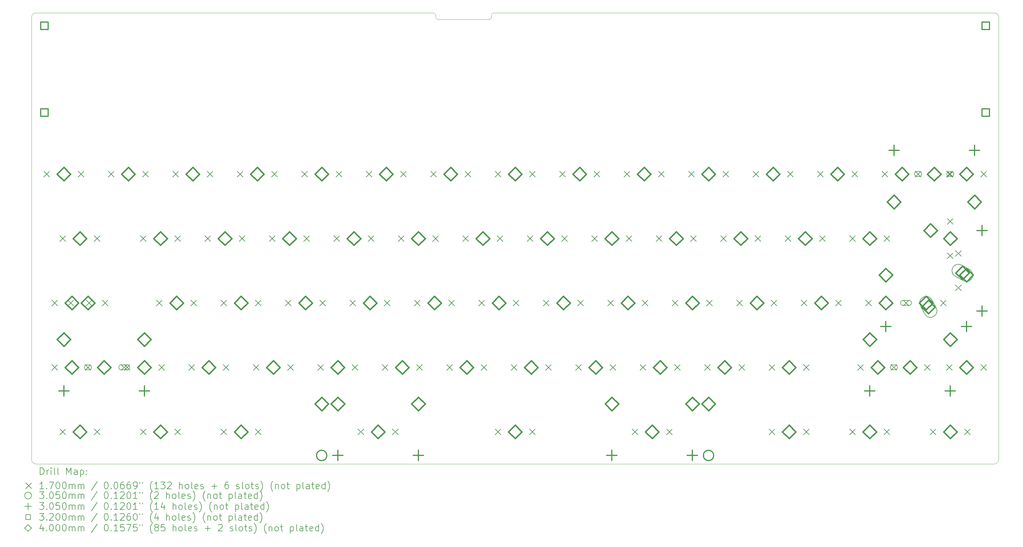
<source format=gbr>
%FSLAX45Y45*%
G04 Gerber Fmt 4.5, Leading zero omitted, Abs format (unit mm)*
G04 Created by KiCad (PCBNEW 6.0.0) date 2022-01-19 15:00:43*
%MOMM*%
%LPD*%
G01*
G04 APERTURE LIST*
%TA.AperFunction,Profile*%
%ADD10C,0.050000*%
%TD*%
%ADD11C,0.200000*%
%ADD12C,0.170000*%
%ADD13C,0.304999*%
%ADD14C,0.305000*%
%ADD15C,0.320000*%
%ADD16C,0.400000*%
G04 APERTURE END LIST*
D10*
X7747000Y-22225000D02*
X36068000Y-22225000D01*
X21272500Y-8890000D02*
X36068000Y-8890000D01*
X19558000Y-8953500D02*
G75*
G03*
X19494500Y-8890000I-63500J0D01*
G01*
X19558000Y-9017000D02*
X19558000Y-8953500D01*
X21145500Y-9080500D02*
G75*
G03*
X21209000Y-9017000I0J63500D01*
G01*
X19558000Y-9017000D02*
G75*
G03*
X19621500Y-9080500I63500J0D01*
G01*
X36195000Y-9017000D02*
G75*
G03*
X36068000Y-8890000I-127000J0D01*
G01*
X21209000Y-9017000D02*
X21209000Y-8953500D01*
X19494500Y-8890000D02*
X7747000Y-8890000D01*
X36195000Y-9017000D02*
X36195000Y-22098000D01*
X19621500Y-9080500D02*
X21145500Y-9080500D01*
X7620000Y-9017000D02*
X7620000Y-22098000D01*
X21272500Y-8890000D02*
G75*
G03*
X21209000Y-8953500I0J-63500D01*
G01*
X7747000Y-8890000D02*
G75*
G03*
X7620000Y-9017000I0J-127000D01*
G01*
X36068000Y-22225000D02*
G75*
G03*
X36195000Y-22098000I0J127000D01*
G01*
X7620000Y-22098000D02*
G75*
G03*
X7747000Y-22225000I127000J0D01*
G01*
D11*
D12*
X7979500Y-13567500D02*
X8149500Y-13737500D01*
X8149500Y-13567500D02*
X7979500Y-13737500D01*
X8217625Y-17377500D02*
X8387625Y-17547500D01*
X8387625Y-17377500D02*
X8217625Y-17547500D01*
X8217625Y-19282500D02*
X8387625Y-19452500D01*
X8387625Y-19282500D02*
X8217625Y-19452500D01*
X8455750Y-15472500D02*
X8625750Y-15642500D01*
X8625750Y-15472500D02*
X8455750Y-15642500D01*
X8455750Y-21187500D02*
X8625750Y-21357500D01*
X8625750Y-21187500D02*
X8455750Y-21357500D01*
X8693875Y-17377500D02*
X8863875Y-17547500D01*
X8863875Y-17377500D02*
X8693875Y-17547500D01*
X8995500Y-13567500D02*
X9165500Y-13737500D01*
X9165500Y-13567500D02*
X8995500Y-13737500D01*
X9201875Y-19282500D02*
X9371875Y-19452500D01*
X9371875Y-19282500D02*
X9201875Y-19452500D01*
D11*
X9255125Y-19442500D02*
X9318625Y-19442500D01*
X9255125Y-19292500D02*
X9318625Y-19292500D01*
X9318625Y-19442500D02*
G75*
G03*
X9318625Y-19292500I0J75000D01*
G01*
X9255125Y-19292500D02*
G75*
G03*
X9255125Y-19442500I0J-75000D01*
G01*
D12*
X9233625Y-17377500D02*
X9403625Y-17547500D01*
X9403625Y-17377500D02*
X9233625Y-17547500D01*
X9471750Y-15472500D02*
X9641750Y-15642500D01*
X9641750Y-15472500D02*
X9471750Y-15642500D01*
X9471750Y-21187500D02*
X9641750Y-21357500D01*
X9641750Y-21187500D02*
X9471750Y-21357500D01*
X9709875Y-17377500D02*
X9879875Y-17547500D01*
X9879875Y-17377500D02*
X9709875Y-17547500D01*
X9884500Y-13567500D02*
X10054500Y-13737500D01*
X10054500Y-13567500D02*
X9884500Y-13737500D01*
X10273125Y-19282500D02*
X10443125Y-19452500D01*
X10443125Y-19282500D02*
X10273125Y-19452500D01*
D11*
X10271125Y-19442500D02*
X10445125Y-19442500D01*
X10271125Y-19292500D02*
X10445125Y-19292500D01*
X10445125Y-19442500D02*
G75*
G03*
X10445125Y-19292500I0J75000D01*
G01*
X10271125Y-19292500D02*
G75*
G03*
X10271125Y-19442500I0J-75000D01*
G01*
D12*
X10360750Y-19282500D02*
X10530750Y-19452500D01*
X10530750Y-19282500D02*
X10360750Y-19452500D01*
X10837000Y-15472500D02*
X11007000Y-15642500D01*
X11007000Y-15472500D02*
X10837000Y-15642500D01*
X10837000Y-21187500D02*
X11007000Y-21357500D01*
X11007000Y-21187500D02*
X10837000Y-21357500D01*
X10900500Y-13567500D02*
X11070500Y-13737500D01*
X11070500Y-13567500D02*
X10900500Y-13737500D01*
X11313250Y-17377500D02*
X11483250Y-17547500D01*
X11483250Y-17377500D02*
X11313250Y-17547500D01*
X11376750Y-19282500D02*
X11546750Y-19452500D01*
X11546750Y-19282500D02*
X11376750Y-19452500D01*
X11789500Y-13567500D02*
X11959500Y-13737500D01*
X11959500Y-13567500D02*
X11789500Y-13737500D01*
X11853000Y-15472500D02*
X12023000Y-15642500D01*
X12023000Y-15472500D02*
X11853000Y-15642500D01*
X11853000Y-21187500D02*
X12023000Y-21357500D01*
X12023000Y-21187500D02*
X11853000Y-21357500D01*
X12265750Y-19282500D02*
X12435750Y-19452500D01*
X12435750Y-19282500D02*
X12265750Y-19452500D01*
X12329250Y-17377500D02*
X12499250Y-17547500D01*
X12499250Y-17377500D02*
X12329250Y-17547500D01*
X12742000Y-15472500D02*
X12912000Y-15642500D01*
X12912000Y-15472500D02*
X12742000Y-15642500D01*
X12805500Y-13567500D02*
X12975500Y-13737500D01*
X12975500Y-13567500D02*
X12805500Y-13737500D01*
X13218250Y-17377500D02*
X13388250Y-17547500D01*
X13388250Y-17377500D02*
X13218250Y-17547500D01*
X13218250Y-21187500D02*
X13388250Y-21357500D01*
X13388250Y-21187500D02*
X13218250Y-21357500D01*
X13281750Y-19282500D02*
X13451750Y-19452500D01*
X13451750Y-19282500D02*
X13281750Y-19452500D01*
X13694500Y-13567500D02*
X13864500Y-13737500D01*
X13864500Y-13567500D02*
X13694500Y-13737500D01*
X13758000Y-15472500D02*
X13928000Y-15642500D01*
X13928000Y-15472500D02*
X13758000Y-15642500D01*
X14170750Y-19282500D02*
X14340750Y-19452500D01*
X14340750Y-19282500D02*
X14170750Y-19452500D01*
X14234250Y-17377500D02*
X14404250Y-17547500D01*
X14404250Y-17377500D02*
X14234250Y-17547500D01*
X14234250Y-21187500D02*
X14404250Y-21357500D01*
X14404250Y-21187500D02*
X14234250Y-21357500D01*
X14647000Y-15472500D02*
X14817000Y-15642500D01*
X14817000Y-15472500D02*
X14647000Y-15642500D01*
X14710500Y-13567500D02*
X14880500Y-13737500D01*
X14880500Y-13567500D02*
X14710500Y-13737500D01*
X15123250Y-17377500D02*
X15293250Y-17547500D01*
X15293250Y-17377500D02*
X15123250Y-17547500D01*
X15186750Y-19282500D02*
X15356750Y-19452500D01*
X15356750Y-19282500D02*
X15186750Y-19452500D01*
X15599500Y-13567500D02*
X15769500Y-13737500D01*
X15769500Y-13567500D02*
X15599500Y-13737500D01*
X15663000Y-15472500D02*
X15833000Y-15642500D01*
X15833000Y-15472500D02*
X15663000Y-15642500D01*
X16075750Y-19282500D02*
X16245750Y-19452500D01*
X16245750Y-19282500D02*
X16075750Y-19452500D01*
X16139250Y-17377500D02*
X16309250Y-17547500D01*
X16309250Y-17377500D02*
X16139250Y-17547500D01*
X16552000Y-15472500D02*
X16722000Y-15642500D01*
X16722000Y-15472500D02*
X16552000Y-15642500D01*
X16615500Y-13567500D02*
X16785500Y-13737500D01*
X16785500Y-13567500D02*
X16615500Y-13737500D01*
X17028250Y-17377500D02*
X17198250Y-17547500D01*
X17198250Y-17377500D02*
X17028250Y-17547500D01*
X17091750Y-19282500D02*
X17261750Y-19452500D01*
X17261750Y-19282500D02*
X17091750Y-19452500D01*
X17266375Y-21187500D02*
X17436375Y-21357500D01*
X17436375Y-21187500D02*
X17266375Y-21357500D01*
X17504500Y-13567500D02*
X17674500Y-13737500D01*
X17674500Y-13567500D02*
X17504500Y-13737500D01*
X17568000Y-15472500D02*
X17738000Y-15642500D01*
X17738000Y-15472500D02*
X17568000Y-15642500D01*
X17980750Y-19282500D02*
X18150750Y-19452500D01*
X18150750Y-19282500D02*
X17980750Y-19452500D01*
X18044250Y-17377500D02*
X18214250Y-17547500D01*
X18214250Y-17377500D02*
X18044250Y-17547500D01*
X18282375Y-21187500D02*
X18452375Y-21357500D01*
X18452375Y-21187500D02*
X18282375Y-21357500D01*
X18457000Y-15472500D02*
X18627000Y-15642500D01*
X18627000Y-15472500D02*
X18457000Y-15642500D01*
X18520500Y-13567500D02*
X18690500Y-13737500D01*
X18690500Y-13567500D02*
X18520500Y-13737500D01*
X18933250Y-17377500D02*
X19103250Y-17547500D01*
X19103250Y-17377500D02*
X18933250Y-17547500D01*
X18996750Y-19282500D02*
X19166750Y-19452500D01*
X19166750Y-19282500D02*
X18996750Y-19452500D01*
X19409500Y-13567500D02*
X19579500Y-13737500D01*
X19579500Y-13567500D02*
X19409500Y-13737500D01*
X19473000Y-15472500D02*
X19643000Y-15642500D01*
X19643000Y-15472500D02*
X19473000Y-15642500D01*
X19885750Y-19282500D02*
X20055750Y-19452500D01*
X20055750Y-19282500D02*
X19885750Y-19452500D01*
X19949250Y-17377500D02*
X20119250Y-17547500D01*
X20119250Y-17377500D02*
X19949250Y-17547500D01*
X20362000Y-15472500D02*
X20532000Y-15642500D01*
X20532000Y-15472500D02*
X20362000Y-15642500D01*
X20425500Y-13567500D02*
X20595500Y-13737500D01*
X20595500Y-13567500D02*
X20425500Y-13737500D01*
X20838250Y-17377500D02*
X21008250Y-17547500D01*
X21008250Y-17377500D02*
X20838250Y-17547500D01*
X20901750Y-19282500D02*
X21071750Y-19452500D01*
X21071750Y-19282500D02*
X20901750Y-19452500D01*
X21314500Y-13567500D02*
X21484500Y-13737500D01*
X21484500Y-13567500D02*
X21314500Y-13737500D01*
X21314500Y-21187500D02*
X21484500Y-21357500D01*
X21484500Y-21187500D02*
X21314500Y-21357500D01*
X21378000Y-15472500D02*
X21548000Y-15642500D01*
X21548000Y-15472500D02*
X21378000Y-15642500D01*
X21790750Y-19282500D02*
X21960750Y-19452500D01*
X21960750Y-19282500D02*
X21790750Y-19452500D01*
X21854250Y-17377500D02*
X22024250Y-17547500D01*
X22024250Y-17377500D02*
X21854250Y-17547500D01*
X22267000Y-15472500D02*
X22437000Y-15642500D01*
X22437000Y-15472500D02*
X22267000Y-15642500D01*
X22330500Y-13567500D02*
X22500500Y-13737500D01*
X22500500Y-13567500D02*
X22330500Y-13737500D01*
X22330500Y-21187500D02*
X22500500Y-21357500D01*
X22500500Y-21187500D02*
X22330500Y-21357500D01*
X22743250Y-17377500D02*
X22913250Y-17547500D01*
X22913250Y-17377500D02*
X22743250Y-17547500D01*
X22806750Y-19282500D02*
X22976750Y-19452500D01*
X22976750Y-19282500D02*
X22806750Y-19452500D01*
X23219500Y-13567500D02*
X23389500Y-13737500D01*
X23389500Y-13567500D02*
X23219500Y-13737500D01*
X23283000Y-15472500D02*
X23453000Y-15642500D01*
X23453000Y-15472500D02*
X23283000Y-15642500D01*
X23695750Y-19282500D02*
X23865750Y-19452500D01*
X23865750Y-19282500D02*
X23695750Y-19452500D01*
X23759250Y-17377500D02*
X23929250Y-17547500D01*
X23929250Y-17377500D02*
X23759250Y-17547500D01*
X24172000Y-15472500D02*
X24342000Y-15642500D01*
X24342000Y-15472500D02*
X24172000Y-15642500D01*
X24235500Y-13567500D02*
X24405500Y-13737500D01*
X24405500Y-13567500D02*
X24235500Y-13737500D01*
X24648250Y-17377500D02*
X24818250Y-17547500D01*
X24818250Y-17377500D02*
X24648250Y-17547500D01*
X24711750Y-19282500D02*
X24881750Y-19452500D01*
X24881750Y-19282500D02*
X24711750Y-19452500D01*
X25124500Y-13567500D02*
X25294500Y-13737500D01*
X25294500Y-13567500D02*
X25124500Y-13737500D01*
X25188000Y-15472500D02*
X25358000Y-15642500D01*
X25358000Y-15472500D02*
X25188000Y-15642500D01*
X25362625Y-21187500D02*
X25532625Y-21357500D01*
X25532625Y-21187500D02*
X25362625Y-21357500D01*
X25600750Y-19282500D02*
X25770750Y-19452500D01*
X25770750Y-19282500D02*
X25600750Y-19452500D01*
X25664250Y-17377500D02*
X25834250Y-17547500D01*
X25834250Y-17377500D02*
X25664250Y-17547500D01*
X26077000Y-15472500D02*
X26247000Y-15642500D01*
X26247000Y-15472500D02*
X26077000Y-15642500D01*
X26140500Y-13567500D02*
X26310500Y-13737500D01*
X26310500Y-13567500D02*
X26140500Y-13737500D01*
X26378625Y-21187500D02*
X26548625Y-21357500D01*
X26548625Y-21187500D02*
X26378625Y-21357500D01*
X26553250Y-17377500D02*
X26723250Y-17547500D01*
X26723250Y-17377500D02*
X26553250Y-17547500D01*
X26616750Y-19282500D02*
X26786750Y-19452500D01*
X26786750Y-19282500D02*
X26616750Y-19452500D01*
X27029500Y-13567500D02*
X27199500Y-13737500D01*
X27199500Y-13567500D02*
X27029500Y-13737500D01*
X27093000Y-15472500D02*
X27263000Y-15642500D01*
X27263000Y-15472500D02*
X27093000Y-15642500D01*
X27505750Y-19282500D02*
X27675750Y-19452500D01*
X27675750Y-19282500D02*
X27505750Y-19452500D01*
X27569250Y-17377500D02*
X27739250Y-17547500D01*
X27739250Y-17377500D02*
X27569250Y-17547500D01*
X27982000Y-15472500D02*
X28152000Y-15642500D01*
X28152000Y-15472500D02*
X27982000Y-15642500D01*
X28045500Y-13567500D02*
X28215500Y-13737500D01*
X28215500Y-13567500D02*
X28045500Y-13737500D01*
X28458250Y-17377500D02*
X28628250Y-17547500D01*
X28628250Y-17377500D02*
X28458250Y-17547500D01*
X28521750Y-19282500D02*
X28691750Y-19452500D01*
X28691750Y-19282500D02*
X28521750Y-19452500D01*
X28934500Y-13567500D02*
X29104500Y-13737500D01*
X29104500Y-13567500D02*
X28934500Y-13737500D01*
X28998000Y-15472500D02*
X29168000Y-15642500D01*
X29168000Y-15472500D02*
X28998000Y-15642500D01*
X29410750Y-19282500D02*
X29580750Y-19452500D01*
X29580750Y-19282500D02*
X29410750Y-19452500D01*
X29410750Y-21187500D02*
X29580750Y-21357500D01*
X29580750Y-21187500D02*
X29410750Y-21357500D01*
X29474250Y-17377500D02*
X29644250Y-17547500D01*
X29644250Y-17377500D02*
X29474250Y-17547500D01*
X29887000Y-15472500D02*
X30057000Y-15642500D01*
X30057000Y-15472500D02*
X29887000Y-15642500D01*
X29950500Y-13567500D02*
X30120500Y-13737500D01*
X30120500Y-13567500D02*
X29950500Y-13737500D01*
X30363250Y-17377500D02*
X30533250Y-17547500D01*
X30533250Y-17377500D02*
X30363250Y-17547500D01*
X30426750Y-19282500D02*
X30596750Y-19452500D01*
X30596750Y-19282500D02*
X30426750Y-19452500D01*
X30426750Y-21187500D02*
X30596750Y-21357500D01*
X30596750Y-21187500D02*
X30426750Y-21357500D01*
X30839500Y-13567500D02*
X31009500Y-13737500D01*
X31009500Y-13567500D02*
X30839500Y-13737500D01*
X30903000Y-15472500D02*
X31073000Y-15642500D01*
X31073000Y-15472500D02*
X30903000Y-15642500D01*
X31379250Y-17377500D02*
X31549250Y-17547500D01*
X31549250Y-17377500D02*
X31379250Y-17547500D01*
X31792000Y-15472500D02*
X31962000Y-15642500D01*
X31962000Y-15472500D02*
X31792000Y-15642500D01*
X31792000Y-21187500D02*
X31962000Y-21357500D01*
X31962000Y-21187500D02*
X31792000Y-21357500D01*
X31855500Y-13567500D02*
X32025500Y-13737500D01*
X32025500Y-13567500D02*
X31855500Y-13737500D01*
X32030125Y-19282500D02*
X32200125Y-19452500D01*
X32200125Y-19282500D02*
X32030125Y-19452500D01*
X32268250Y-17377500D02*
X32438250Y-17547500D01*
X32438250Y-17377500D02*
X32268250Y-17547500D01*
X32744500Y-13567500D02*
X32914500Y-13737500D01*
X32914500Y-13567500D02*
X32744500Y-13737500D01*
X32808000Y-15472500D02*
X32978000Y-15642500D01*
X32978000Y-15472500D02*
X32808000Y-15642500D01*
X32808000Y-21187500D02*
X32978000Y-21357500D01*
X32978000Y-21187500D02*
X32808000Y-21357500D01*
X33014375Y-19282500D02*
X33184375Y-19452500D01*
X33184375Y-19282500D02*
X33014375Y-19452500D01*
D11*
X33067625Y-19442500D02*
X33131125Y-19442500D01*
X33067625Y-19292500D02*
X33131125Y-19292500D01*
X33131125Y-19442500D02*
G75*
G03*
X33131125Y-19292500I0J75000D01*
G01*
X33067625Y-19292500D02*
G75*
G03*
X33067625Y-19442500I0J-75000D01*
G01*
D12*
X33371562Y-17377500D02*
X33541562Y-17547500D01*
X33541562Y-17377500D02*
X33371562Y-17547500D01*
D11*
X33369250Y-17537500D02*
X33543875Y-17537500D01*
X33369250Y-17387500D02*
X33543875Y-17387500D01*
X33543875Y-17537500D02*
G75*
G03*
X33543875Y-17387500I0J75000D01*
G01*
X33369250Y-17387500D02*
G75*
G03*
X33369250Y-17537500I0J-75000D01*
G01*
D12*
X33728750Y-13567500D02*
X33898750Y-13737500D01*
X33898750Y-13567500D02*
X33728750Y-13737500D01*
D11*
X33782000Y-13727500D02*
X33845500Y-13727500D01*
X33782000Y-13577500D02*
X33845500Y-13577500D01*
X33845500Y-13727500D02*
G75*
G03*
X33845500Y-13577500I0J75000D01*
G01*
X33782000Y-13577500D02*
G75*
G03*
X33782000Y-13727500I0J-75000D01*
G01*
D12*
X33998625Y-19282500D02*
X34168625Y-19452500D01*
X34168625Y-19282500D02*
X33998625Y-19452500D01*
X34173250Y-21187500D02*
X34343250Y-21357500D01*
X34343250Y-21187500D02*
X34173250Y-21357500D01*
X34474875Y-17377500D02*
X34644875Y-17547500D01*
X34644875Y-17377500D02*
X34474875Y-17547500D01*
X34649500Y-13567500D02*
X34819500Y-13737500D01*
X34819500Y-13567500D02*
X34649500Y-13737500D01*
X34649500Y-19282500D02*
X34819500Y-19452500D01*
X34819500Y-19282500D02*
X34649500Y-19452500D01*
X34681250Y-13567500D02*
X34851250Y-13737500D01*
X34851250Y-13567500D02*
X34681250Y-13737500D01*
D11*
X34734500Y-13727500D02*
X34798000Y-13727500D01*
X34734500Y-13577500D02*
X34798000Y-13577500D01*
X34798000Y-13727500D02*
G75*
G03*
X34798000Y-13577500I0J75000D01*
G01*
X34734500Y-13577500D02*
G75*
G03*
X34734500Y-13727500I0J-75000D01*
G01*
D12*
X34681250Y-14964500D02*
X34851250Y-15134500D01*
X34851250Y-14964500D02*
X34681250Y-15134500D01*
X34681250Y-15980500D02*
X34851250Y-16150500D01*
X34851250Y-15980500D02*
X34681250Y-16150500D01*
X34919375Y-15917000D02*
X35089375Y-16087000D01*
X35089375Y-15917000D02*
X34919375Y-16087000D01*
X34919375Y-16933000D02*
X35089375Y-17103000D01*
X35089375Y-16933000D02*
X34919375Y-17103000D01*
X35189250Y-21187500D02*
X35359250Y-21357500D01*
X35359250Y-21187500D02*
X35189250Y-21357500D01*
X35665500Y-13567500D02*
X35835500Y-13737500D01*
X35835500Y-13567500D02*
X35665500Y-13737500D01*
X35665500Y-19282500D02*
X35835500Y-19452500D01*
X35835500Y-19282500D02*
X35665500Y-19452500D01*
D13*
X16345000Y-21972500D02*
G75*
G03*
X16345000Y-21972500I-152500J0D01*
G01*
X27775000Y-21972500D02*
G75*
G03*
X27775000Y-21972500I-152500J0D01*
G01*
D14*
X8573125Y-19915000D02*
X8573125Y-20220000D01*
X8420625Y-20067500D02*
X8725625Y-20067500D01*
X10953125Y-19915000D02*
X10953125Y-20220000D01*
X10800625Y-20067500D02*
X11105625Y-20067500D01*
X16669375Y-21820000D02*
X16669375Y-22125000D01*
X16516875Y-21972500D02*
X16821875Y-21972500D01*
X19049375Y-21820000D02*
X19049375Y-22125000D01*
X18896875Y-21972500D02*
X19201875Y-21972500D01*
X24765625Y-21820000D02*
X24765625Y-22125000D01*
X24613125Y-21972500D02*
X24918125Y-21972500D01*
X27145625Y-21820000D02*
X27145625Y-22125000D01*
X26993125Y-21972500D02*
X27298125Y-21972500D01*
X32385625Y-19915000D02*
X32385625Y-20220000D01*
X32233125Y-20067500D02*
X32538125Y-20067500D01*
X32861875Y-18010000D02*
X32861875Y-18315000D01*
X32709375Y-18162500D02*
X33014375Y-18162500D01*
X33100000Y-12800000D02*
X33100000Y-13105000D01*
X32947500Y-12952500D02*
X33252500Y-12952500D01*
X34765625Y-19915000D02*
X34765625Y-20220000D01*
X34613125Y-20067500D02*
X34918125Y-20067500D01*
X35241875Y-18010000D02*
X35241875Y-18315000D01*
X35089375Y-18162500D02*
X35394375Y-18162500D01*
X35480000Y-12800000D02*
X35480000Y-13105000D01*
X35327500Y-12952500D02*
X35632500Y-12952500D01*
X35704375Y-15167500D02*
X35704375Y-15472500D01*
X35551875Y-15320000D02*
X35856875Y-15320000D01*
X35704375Y-17547500D02*
X35704375Y-17852500D01*
X35551875Y-17700000D02*
X35856875Y-17700000D01*
D15*
X8114138Y-9384138D02*
X8114138Y-9157862D01*
X7887862Y-9157862D01*
X7887862Y-9384138D01*
X8114138Y-9384138D01*
X8114138Y-11949538D02*
X8114138Y-11723262D01*
X7887862Y-11723262D01*
X7887862Y-11949538D01*
X8114138Y-11949538D01*
X35927138Y-9384138D02*
X35927138Y-9157862D01*
X35700862Y-9157862D01*
X35700862Y-9384138D01*
X35927138Y-9384138D01*
X35927138Y-11949538D02*
X35927138Y-11723262D01*
X35700862Y-11723262D01*
X35700862Y-11949538D01*
X35927138Y-11949538D01*
D16*
X8572500Y-13852500D02*
X8772500Y-13652500D01*
X8572500Y-13452500D01*
X8372500Y-13652500D01*
X8572500Y-13852500D01*
X8573125Y-18743500D02*
X8773125Y-18543500D01*
X8573125Y-18343500D01*
X8373125Y-18543500D01*
X8573125Y-18743500D01*
X8810625Y-17662500D02*
X9010625Y-17462500D01*
X8810625Y-17262500D01*
X8610625Y-17462500D01*
X8810625Y-17662500D01*
X8810625Y-19567500D02*
X9010625Y-19367500D01*
X8810625Y-19167500D01*
X8610625Y-19367500D01*
X8810625Y-19567500D01*
X9048750Y-15757500D02*
X9248750Y-15557500D01*
X9048750Y-15357500D01*
X8848750Y-15557500D01*
X9048750Y-15757500D01*
X9048750Y-21472500D02*
X9248750Y-21272500D01*
X9048750Y-21072500D01*
X8848750Y-21272500D01*
X9048750Y-21472500D01*
X9286875Y-17662500D02*
X9486875Y-17462500D01*
X9286875Y-17262500D01*
X9086875Y-17462500D01*
X9286875Y-17662500D01*
X9763125Y-19567500D02*
X9963125Y-19367500D01*
X9763125Y-19167500D01*
X9563125Y-19367500D01*
X9763125Y-19567500D01*
X10477500Y-13852500D02*
X10677500Y-13652500D01*
X10477500Y-13452500D01*
X10277500Y-13652500D01*
X10477500Y-13852500D01*
X10953125Y-18743500D02*
X11153125Y-18543500D01*
X10953125Y-18343500D01*
X10753125Y-18543500D01*
X10953125Y-18743500D01*
X10953750Y-19567500D02*
X11153750Y-19367500D01*
X10953750Y-19167500D01*
X10753750Y-19367500D01*
X10953750Y-19567500D01*
X11430000Y-15757500D02*
X11630000Y-15557500D01*
X11430000Y-15357500D01*
X11230000Y-15557500D01*
X11430000Y-15757500D01*
X11430000Y-21472500D02*
X11630000Y-21272500D01*
X11430000Y-21072500D01*
X11230000Y-21272500D01*
X11430000Y-21472500D01*
X11906250Y-17662500D02*
X12106250Y-17462500D01*
X11906250Y-17262500D01*
X11706250Y-17462500D01*
X11906250Y-17662500D01*
X12382500Y-13852500D02*
X12582500Y-13652500D01*
X12382500Y-13452500D01*
X12182500Y-13652500D01*
X12382500Y-13852500D01*
X12858750Y-19567500D02*
X13058750Y-19367500D01*
X12858750Y-19167500D01*
X12658750Y-19367500D01*
X12858750Y-19567500D01*
X13335000Y-15757500D02*
X13535000Y-15557500D01*
X13335000Y-15357500D01*
X13135000Y-15557500D01*
X13335000Y-15757500D01*
X13811250Y-17662500D02*
X14011250Y-17462500D01*
X13811250Y-17262500D01*
X13611250Y-17462500D01*
X13811250Y-17662500D01*
X13811250Y-21472500D02*
X14011250Y-21272500D01*
X13811250Y-21072500D01*
X13611250Y-21272500D01*
X13811250Y-21472500D01*
X14287500Y-13852500D02*
X14487500Y-13652500D01*
X14287500Y-13452500D01*
X14087500Y-13652500D01*
X14287500Y-13852500D01*
X14763750Y-19567500D02*
X14963750Y-19367500D01*
X14763750Y-19167500D01*
X14563750Y-19367500D01*
X14763750Y-19567500D01*
X15240000Y-15757500D02*
X15440000Y-15557500D01*
X15240000Y-15357500D01*
X15040000Y-15557500D01*
X15240000Y-15757500D01*
X15716250Y-17662500D02*
X15916250Y-17462500D01*
X15716250Y-17262500D01*
X15516250Y-17462500D01*
X15716250Y-17662500D01*
X16192500Y-13852500D02*
X16392500Y-13652500D01*
X16192500Y-13452500D01*
X15992500Y-13652500D01*
X16192500Y-13852500D01*
X16192500Y-20648500D02*
X16392500Y-20448500D01*
X16192500Y-20248500D01*
X15992500Y-20448500D01*
X16192500Y-20648500D01*
X16668750Y-19567500D02*
X16868750Y-19367500D01*
X16668750Y-19167500D01*
X16468750Y-19367500D01*
X16668750Y-19567500D01*
X16669375Y-20648500D02*
X16869375Y-20448500D01*
X16669375Y-20248500D01*
X16469375Y-20448500D01*
X16669375Y-20648500D01*
X17145000Y-15757500D02*
X17345000Y-15557500D01*
X17145000Y-15357500D01*
X16945000Y-15557500D01*
X17145000Y-15757500D01*
X17621250Y-17662500D02*
X17821250Y-17462500D01*
X17621250Y-17262500D01*
X17421250Y-17462500D01*
X17621250Y-17662500D01*
X17859375Y-21472500D02*
X18059375Y-21272500D01*
X17859375Y-21072500D01*
X17659375Y-21272500D01*
X17859375Y-21472500D01*
X18097500Y-13852500D02*
X18297500Y-13652500D01*
X18097500Y-13452500D01*
X17897500Y-13652500D01*
X18097500Y-13852500D01*
X18573750Y-19567500D02*
X18773750Y-19367500D01*
X18573750Y-19167500D01*
X18373750Y-19367500D01*
X18573750Y-19567500D01*
X19049375Y-20648500D02*
X19249375Y-20448500D01*
X19049375Y-20248500D01*
X18849375Y-20448500D01*
X19049375Y-20648500D01*
X19050000Y-15757500D02*
X19250000Y-15557500D01*
X19050000Y-15357500D01*
X18850000Y-15557500D01*
X19050000Y-15757500D01*
X19526250Y-17662500D02*
X19726250Y-17462500D01*
X19526250Y-17262500D01*
X19326250Y-17462500D01*
X19526250Y-17662500D01*
X20002500Y-13852500D02*
X20202500Y-13652500D01*
X20002500Y-13452500D01*
X19802500Y-13652500D01*
X20002500Y-13852500D01*
X20478750Y-19567500D02*
X20678750Y-19367500D01*
X20478750Y-19167500D01*
X20278750Y-19367500D01*
X20478750Y-19567500D01*
X20955000Y-15757500D02*
X21155000Y-15557500D01*
X20955000Y-15357500D01*
X20755000Y-15557500D01*
X20955000Y-15757500D01*
X21431250Y-17662500D02*
X21631250Y-17462500D01*
X21431250Y-17262500D01*
X21231250Y-17462500D01*
X21431250Y-17662500D01*
X21907500Y-13852500D02*
X22107500Y-13652500D01*
X21907500Y-13452500D01*
X21707500Y-13652500D01*
X21907500Y-13852500D01*
X21907500Y-21472500D02*
X22107500Y-21272500D01*
X21907500Y-21072500D01*
X21707500Y-21272500D01*
X21907500Y-21472500D01*
X22383750Y-19567500D02*
X22583750Y-19367500D01*
X22383750Y-19167500D01*
X22183750Y-19367500D01*
X22383750Y-19567500D01*
X22860000Y-15757500D02*
X23060000Y-15557500D01*
X22860000Y-15357500D01*
X22660000Y-15557500D01*
X22860000Y-15757500D01*
X23336250Y-17662500D02*
X23536250Y-17462500D01*
X23336250Y-17262500D01*
X23136250Y-17462500D01*
X23336250Y-17662500D01*
X23812500Y-13852500D02*
X24012500Y-13652500D01*
X23812500Y-13452500D01*
X23612500Y-13652500D01*
X23812500Y-13852500D01*
X24288750Y-19567500D02*
X24488750Y-19367500D01*
X24288750Y-19167500D01*
X24088750Y-19367500D01*
X24288750Y-19567500D01*
X24765000Y-15757500D02*
X24965000Y-15557500D01*
X24765000Y-15357500D01*
X24565000Y-15557500D01*
X24765000Y-15757500D01*
X24765625Y-20648500D02*
X24965625Y-20448500D01*
X24765625Y-20248500D01*
X24565625Y-20448500D01*
X24765625Y-20648500D01*
X25241250Y-17662500D02*
X25441250Y-17462500D01*
X25241250Y-17262500D01*
X25041250Y-17462500D01*
X25241250Y-17662500D01*
X25717500Y-13852500D02*
X25917500Y-13652500D01*
X25717500Y-13452500D01*
X25517500Y-13652500D01*
X25717500Y-13852500D01*
X25955625Y-21472500D02*
X26155625Y-21272500D01*
X25955625Y-21072500D01*
X25755625Y-21272500D01*
X25955625Y-21472500D01*
X26193750Y-19567500D02*
X26393750Y-19367500D01*
X26193750Y-19167500D01*
X25993750Y-19367500D01*
X26193750Y-19567500D01*
X26670000Y-15757500D02*
X26870000Y-15557500D01*
X26670000Y-15357500D01*
X26470000Y-15557500D01*
X26670000Y-15757500D01*
X27145625Y-20648500D02*
X27345625Y-20448500D01*
X27145625Y-20248500D01*
X26945625Y-20448500D01*
X27145625Y-20648500D01*
X27146250Y-17662500D02*
X27346250Y-17462500D01*
X27146250Y-17262500D01*
X26946250Y-17462500D01*
X27146250Y-17662500D01*
X27622500Y-13852500D02*
X27822500Y-13652500D01*
X27622500Y-13452500D01*
X27422500Y-13652500D01*
X27622500Y-13852500D01*
X27622500Y-20648500D02*
X27822500Y-20448500D01*
X27622500Y-20248500D01*
X27422500Y-20448500D01*
X27622500Y-20648500D01*
X28098750Y-19567500D02*
X28298750Y-19367500D01*
X28098750Y-19167500D01*
X27898750Y-19367500D01*
X28098750Y-19567500D01*
X28575000Y-15757500D02*
X28775000Y-15557500D01*
X28575000Y-15357500D01*
X28375000Y-15557500D01*
X28575000Y-15757500D01*
X29051250Y-17662500D02*
X29251250Y-17462500D01*
X29051250Y-17262500D01*
X28851250Y-17462500D01*
X29051250Y-17662500D01*
X29527500Y-13852500D02*
X29727500Y-13652500D01*
X29527500Y-13452500D01*
X29327500Y-13652500D01*
X29527500Y-13852500D01*
X30003750Y-19567500D02*
X30203750Y-19367500D01*
X30003750Y-19167500D01*
X29803750Y-19367500D01*
X30003750Y-19567500D01*
X30003750Y-21472500D02*
X30203750Y-21272500D01*
X30003750Y-21072500D01*
X29803750Y-21272500D01*
X30003750Y-21472500D01*
X30480000Y-15757500D02*
X30680000Y-15557500D01*
X30480000Y-15357500D01*
X30280000Y-15557500D01*
X30480000Y-15757500D01*
X30956250Y-17662500D02*
X31156250Y-17462500D01*
X30956250Y-17262500D01*
X30756250Y-17462500D01*
X30956250Y-17662500D01*
X31432500Y-13852500D02*
X31632500Y-13652500D01*
X31432500Y-13452500D01*
X31232500Y-13652500D01*
X31432500Y-13852500D01*
X32385000Y-15757500D02*
X32585000Y-15557500D01*
X32385000Y-15357500D01*
X32185000Y-15557500D01*
X32385000Y-15757500D01*
X32385000Y-21472500D02*
X32585000Y-21272500D01*
X32385000Y-21072500D01*
X32185000Y-21272500D01*
X32385000Y-21472500D01*
X32385625Y-18743500D02*
X32585625Y-18543500D01*
X32385625Y-18343500D01*
X32185625Y-18543500D01*
X32385625Y-18743500D01*
X32623125Y-19567500D02*
X32823125Y-19367500D01*
X32623125Y-19167500D01*
X32423125Y-19367500D01*
X32623125Y-19567500D01*
X32861250Y-17662500D02*
X33061250Y-17462500D01*
X32861250Y-17262500D01*
X32661250Y-17462500D01*
X32861250Y-17662500D01*
X32861875Y-16838500D02*
X33061875Y-16638500D01*
X32861875Y-16438500D01*
X32661875Y-16638500D01*
X32861875Y-16838500D01*
X33100000Y-14676500D02*
X33300000Y-14476500D01*
X33100000Y-14276500D01*
X32900000Y-14476500D01*
X33100000Y-14676500D01*
X33337500Y-13852500D02*
X33537500Y-13652500D01*
X33337500Y-13452500D01*
X33137500Y-13652500D01*
X33337500Y-13852500D01*
X33575625Y-19567500D02*
X33775625Y-19367500D01*
X33575625Y-19167500D01*
X33375625Y-19367500D01*
X33575625Y-19567500D01*
X34051875Y-17662500D02*
X34251875Y-17462500D01*
X34051875Y-17262500D01*
X33851875Y-17462500D01*
X34051875Y-17662500D01*
X34116125Y-17781250D02*
X34316125Y-17581250D01*
X34116125Y-17381250D01*
X33916125Y-17581250D01*
X34116125Y-17781250D01*
D11*
X33884774Y-17552851D02*
X34013209Y-17790386D01*
X34219041Y-17372114D02*
X34347476Y-17609649D01*
X34013209Y-17790386D02*
G75*
G03*
X34347476Y-17609649I167133J90369D01*
G01*
X34219041Y-17372114D02*
G75*
G03*
X33884774Y-17552851I-167133J-90369D01*
G01*
D16*
X34180375Y-15520000D02*
X34380375Y-15320000D01*
X34180375Y-15120000D01*
X33980375Y-15320000D01*
X34180375Y-15520000D01*
X34290000Y-13852500D02*
X34490000Y-13652500D01*
X34290000Y-13452500D01*
X34090000Y-13652500D01*
X34290000Y-13852500D01*
X34765625Y-18743500D02*
X34965625Y-18543500D01*
X34765625Y-18343500D01*
X34565625Y-18543500D01*
X34765625Y-18743500D01*
X34766250Y-15757500D02*
X34966250Y-15557500D01*
X34766250Y-15357500D01*
X34566250Y-15557500D01*
X34766250Y-15757500D01*
X34766250Y-21472500D02*
X34966250Y-21272500D01*
X34766250Y-21072500D01*
X34566250Y-21272500D01*
X34766250Y-21472500D01*
X35123125Y-16774250D02*
X35323125Y-16574250D01*
X35123125Y-16374250D01*
X34923125Y-16574250D01*
X35123125Y-16774250D01*
D11*
X34913989Y-16677166D02*
X35151524Y-16805601D01*
X35094726Y-16342899D02*
X35332261Y-16471334D01*
X35151524Y-16805601D02*
G75*
G03*
X35332261Y-16471334I90369J167133D01*
G01*
X35094726Y-16342899D02*
G75*
G03*
X34913989Y-16677166I-90369J-167133D01*
G01*
D16*
X35241875Y-16838500D02*
X35441875Y-16638500D01*
X35241875Y-16438500D01*
X35041875Y-16638500D01*
X35241875Y-16838500D01*
X35242500Y-13852500D02*
X35442500Y-13652500D01*
X35242500Y-13452500D01*
X35042500Y-13652500D01*
X35242500Y-13852500D01*
X35242500Y-19567500D02*
X35442500Y-19367500D01*
X35242500Y-19167500D01*
X35042500Y-19367500D01*
X35242500Y-19567500D01*
X35480000Y-14676500D02*
X35680000Y-14476500D01*
X35480000Y-14276500D01*
X35280000Y-14476500D01*
X35480000Y-14676500D01*
D11*
X7875119Y-22537976D02*
X7875119Y-22337976D01*
X7922738Y-22337976D01*
X7951309Y-22347500D01*
X7970357Y-22366548D01*
X7979881Y-22385595D01*
X7989405Y-22423690D01*
X7989405Y-22452262D01*
X7979881Y-22490357D01*
X7970357Y-22509405D01*
X7951309Y-22528452D01*
X7922738Y-22537976D01*
X7875119Y-22537976D01*
X8075119Y-22537976D02*
X8075119Y-22404643D01*
X8075119Y-22442738D02*
X8084643Y-22423690D01*
X8094167Y-22414167D01*
X8113214Y-22404643D01*
X8132262Y-22404643D01*
X8198928Y-22537976D02*
X8198928Y-22404643D01*
X8198928Y-22337976D02*
X8189405Y-22347500D01*
X8198928Y-22357024D01*
X8208452Y-22347500D01*
X8198928Y-22337976D01*
X8198928Y-22357024D01*
X8322738Y-22537976D02*
X8303690Y-22528452D01*
X8294167Y-22509405D01*
X8294167Y-22337976D01*
X8427500Y-22537976D02*
X8408452Y-22528452D01*
X8398929Y-22509405D01*
X8398929Y-22337976D01*
X8656071Y-22537976D02*
X8656071Y-22337976D01*
X8722738Y-22480833D01*
X8789405Y-22337976D01*
X8789405Y-22537976D01*
X8970357Y-22537976D02*
X8970357Y-22433214D01*
X8960833Y-22414167D01*
X8941786Y-22404643D01*
X8903690Y-22404643D01*
X8884643Y-22414167D01*
X8970357Y-22528452D02*
X8951310Y-22537976D01*
X8903690Y-22537976D01*
X8884643Y-22528452D01*
X8875119Y-22509405D01*
X8875119Y-22490357D01*
X8884643Y-22471309D01*
X8903690Y-22461786D01*
X8951310Y-22461786D01*
X8970357Y-22452262D01*
X9065595Y-22404643D02*
X9065595Y-22604643D01*
X9065595Y-22414167D02*
X9084643Y-22404643D01*
X9122738Y-22404643D01*
X9141786Y-22414167D01*
X9151310Y-22423690D01*
X9160833Y-22442738D01*
X9160833Y-22499881D01*
X9151310Y-22518928D01*
X9141786Y-22528452D01*
X9122738Y-22537976D01*
X9084643Y-22537976D01*
X9065595Y-22528452D01*
X9246548Y-22518928D02*
X9256071Y-22528452D01*
X9246548Y-22537976D01*
X9237024Y-22528452D01*
X9246548Y-22518928D01*
X9246548Y-22537976D01*
X9246548Y-22414167D02*
X9256071Y-22423690D01*
X9246548Y-22433214D01*
X9237024Y-22423690D01*
X9246548Y-22414167D01*
X9246548Y-22433214D01*
D12*
X7447500Y-22782500D02*
X7617500Y-22952500D01*
X7617500Y-22782500D02*
X7447500Y-22952500D01*
D11*
X7979881Y-22957976D02*
X7865595Y-22957976D01*
X7922738Y-22957976D02*
X7922738Y-22757976D01*
X7903690Y-22786548D01*
X7884643Y-22805595D01*
X7865595Y-22815119D01*
X8065595Y-22938928D02*
X8075119Y-22948452D01*
X8065595Y-22957976D01*
X8056071Y-22948452D01*
X8065595Y-22938928D01*
X8065595Y-22957976D01*
X8141786Y-22757976D02*
X8275119Y-22757976D01*
X8189405Y-22957976D01*
X8389405Y-22757976D02*
X8408452Y-22757976D01*
X8427500Y-22767500D01*
X8437024Y-22777024D01*
X8446548Y-22796071D01*
X8456071Y-22834167D01*
X8456071Y-22881786D01*
X8446548Y-22919881D01*
X8437024Y-22938928D01*
X8427500Y-22948452D01*
X8408452Y-22957976D01*
X8389405Y-22957976D01*
X8370357Y-22948452D01*
X8360833Y-22938928D01*
X8351309Y-22919881D01*
X8341786Y-22881786D01*
X8341786Y-22834167D01*
X8351309Y-22796071D01*
X8360833Y-22777024D01*
X8370357Y-22767500D01*
X8389405Y-22757976D01*
X8579881Y-22757976D02*
X8598929Y-22757976D01*
X8617976Y-22767500D01*
X8627500Y-22777024D01*
X8637024Y-22796071D01*
X8646548Y-22834167D01*
X8646548Y-22881786D01*
X8637024Y-22919881D01*
X8627500Y-22938928D01*
X8617976Y-22948452D01*
X8598929Y-22957976D01*
X8579881Y-22957976D01*
X8560833Y-22948452D01*
X8551310Y-22938928D01*
X8541786Y-22919881D01*
X8532262Y-22881786D01*
X8532262Y-22834167D01*
X8541786Y-22796071D01*
X8551310Y-22777024D01*
X8560833Y-22767500D01*
X8579881Y-22757976D01*
X8732262Y-22957976D02*
X8732262Y-22824643D01*
X8732262Y-22843690D02*
X8741786Y-22834167D01*
X8760833Y-22824643D01*
X8789405Y-22824643D01*
X8808452Y-22834167D01*
X8817976Y-22853214D01*
X8817976Y-22957976D01*
X8817976Y-22853214D02*
X8827500Y-22834167D01*
X8846548Y-22824643D01*
X8875119Y-22824643D01*
X8894167Y-22834167D01*
X8903690Y-22853214D01*
X8903690Y-22957976D01*
X8998929Y-22957976D02*
X8998929Y-22824643D01*
X8998929Y-22843690D02*
X9008452Y-22834167D01*
X9027500Y-22824643D01*
X9056071Y-22824643D01*
X9075119Y-22834167D01*
X9084643Y-22853214D01*
X9084643Y-22957976D01*
X9084643Y-22853214D02*
X9094167Y-22834167D01*
X9113214Y-22824643D01*
X9141786Y-22824643D01*
X9160833Y-22834167D01*
X9170357Y-22853214D01*
X9170357Y-22957976D01*
X9560833Y-22748452D02*
X9389405Y-23005595D01*
X9817976Y-22757976D02*
X9837024Y-22757976D01*
X9856071Y-22767500D01*
X9865595Y-22777024D01*
X9875119Y-22796071D01*
X9884643Y-22834167D01*
X9884643Y-22881786D01*
X9875119Y-22919881D01*
X9865595Y-22938928D01*
X9856071Y-22948452D01*
X9837024Y-22957976D01*
X9817976Y-22957976D01*
X9798929Y-22948452D01*
X9789405Y-22938928D01*
X9779881Y-22919881D01*
X9770357Y-22881786D01*
X9770357Y-22834167D01*
X9779881Y-22796071D01*
X9789405Y-22777024D01*
X9798929Y-22767500D01*
X9817976Y-22757976D01*
X9970357Y-22938928D02*
X9979881Y-22948452D01*
X9970357Y-22957976D01*
X9960833Y-22948452D01*
X9970357Y-22938928D01*
X9970357Y-22957976D01*
X10103690Y-22757976D02*
X10122738Y-22757976D01*
X10141786Y-22767500D01*
X10151310Y-22777024D01*
X10160833Y-22796071D01*
X10170357Y-22834167D01*
X10170357Y-22881786D01*
X10160833Y-22919881D01*
X10151310Y-22938928D01*
X10141786Y-22948452D01*
X10122738Y-22957976D01*
X10103690Y-22957976D01*
X10084643Y-22948452D01*
X10075119Y-22938928D01*
X10065595Y-22919881D01*
X10056071Y-22881786D01*
X10056071Y-22834167D01*
X10065595Y-22796071D01*
X10075119Y-22777024D01*
X10084643Y-22767500D01*
X10103690Y-22757976D01*
X10341786Y-22757976D02*
X10303690Y-22757976D01*
X10284643Y-22767500D01*
X10275119Y-22777024D01*
X10256071Y-22805595D01*
X10246548Y-22843690D01*
X10246548Y-22919881D01*
X10256071Y-22938928D01*
X10265595Y-22948452D01*
X10284643Y-22957976D01*
X10322738Y-22957976D01*
X10341786Y-22948452D01*
X10351310Y-22938928D01*
X10360833Y-22919881D01*
X10360833Y-22872262D01*
X10351310Y-22853214D01*
X10341786Y-22843690D01*
X10322738Y-22834167D01*
X10284643Y-22834167D01*
X10265595Y-22843690D01*
X10256071Y-22853214D01*
X10246548Y-22872262D01*
X10532262Y-22757976D02*
X10494167Y-22757976D01*
X10475119Y-22767500D01*
X10465595Y-22777024D01*
X10446548Y-22805595D01*
X10437024Y-22843690D01*
X10437024Y-22919881D01*
X10446548Y-22938928D01*
X10456071Y-22948452D01*
X10475119Y-22957976D01*
X10513214Y-22957976D01*
X10532262Y-22948452D01*
X10541786Y-22938928D01*
X10551310Y-22919881D01*
X10551310Y-22872262D01*
X10541786Y-22853214D01*
X10532262Y-22843690D01*
X10513214Y-22834167D01*
X10475119Y-22834167D01*
X10456071Y-22843690D01*
X10446548Y-22853214D01*
X10437024Y-22872262D01*
X10646548Y-22957976D02*
X10684643Y-22957976D01*
X10703690Y-22948452D01*
X10713214Y-22938928D01*
X10732262Y-22910357D01*
X10741786Y-22872262D01*
X10741786Y-22796071D01*
X10732262Y-22777024D01*
X10722738Y-22767500D01*
X10703690Y-22757976D01*
X10665595Y-22757976D01*
X10646548Y-22767500D01*
X10637024Y-22777024D01*
X10627500Y-22796071D01*
X10627500Y-22843690D01*
X10637024Y-22862738D01*
X10646548Y-22872262D01*
X10665595Y-22881786D01*
X10703690Y-22881786D01*
X10722738Y-22872262D01*
X10732262Y-22862738D01*
X10741786Y-22843690D01*
X10817976Y-22757976D02*
X10817976Y-22796071D01*
X10894167Y-22757976D02*
X10894167Y-22796071D01*
X11189405Y-23034167D02*
X11179881Y-23024643D01*
X11160833Y-22996071D01*
X11151310Y-22977024D01*
X11141786Y-22948452D01*
X11132262Y-22900833D01*
X11132262Y-22862738D01*
X11141786Y-22815119D01*
X11151310Y-22786548D01*
X11160833Y-22767500D01*
X11179881Y-22738928D01*
X11189405Y-22729405D01*
X11370357Y-22957976D02*
X11256071Y-22957976D01*
X11313214Y-22957976D02*
X11313214Y-22757976D01*
X11294167Y-22786548D01*
X11275119Y-22805595D01*
X11256071Y-22815119D01*
X11437024Y-22757976D02*
X11560833Y-22757976D01*
X11494167Y-22834167D01*
X11522738Y-22834167D01*
X11541786Y-22843690D01*
X11551309Y-22853214D01*
X11560833Y-22872262D01*
X11560833Y-22919881D01*
X11551309Y-22938928D01*
X11541786Y-22948452D01*
X11522738Y-22957976D01*
X11465595Y-22957976D01*
X11446548Y-22948452D01*
X11437024Y-22938928D01*
X11637024Y-22777024D02*
X11646548Y-22767500D01*
X11665595Y-22757976D01*
X11713214Y-22757976D01*
X11732262Y-22767500D01*
X11741786Y-22777024D01*
X11751309Y-22796071D01*
X11751309Y-22815119D01*
X11741786Y-22843690D01*
X11627500Y-22957976D01*
X11751309Y-22957976D01*
X11989405Y-22957976D02*
X11989405Y-22757976D01*
X12075119Y-22957976D02*
X12075119Y-22853214D01*
X12065595Y-22834167D01*
X12046548Y-22824643D01*
X12017976Y-22824643D01*
X11998928Y-22834167D01*
X11989405Y-22843690D01*
X12198928Y-22957976D02*
X12179881Y-22948452D01*
X12170357Y-22938928D01*
X12160833Y-22919881D01*
X12160833Y-22862738D01*
X12170357Y-22843690D01*
X12179881Y-22834167D01*
X12198928Y-22824643D01*
X12227500Y-22824643D01*
X12246548Y-22834167D01*
X12256071Y-22843690D01*
X12265595Y-22862738D01*
X12265595Y-22919881D01*
X12256071Y-22938928D01*
X12246548Y-22948452D01*
X12227500Y-22957976D01*
X12198928Y-22957976D01*
X12379881Y-22957976D02*
X12360833Y-22948452D01*
X12351309Y-22929405D01*
X12351309Y-22757976D01*
X12532262Y-22948452D02*
X12513214Y-22957976D01*
X12475119Y-22957976D01*
X12456071Y-22948452D01*
X12446548Y-22929405D01*
X12446548Y-22853214D01*
X12456071Y-22834167D01*
X12475119Y-22824643D01*
X12513214Y-22824643D01*
X12532262Y-22834167D01*
X12541786Y-22853214D01*
X12541786Y-22872262D01*
X12446548Y-22891309D01*
X12617976Y-22948452D02*
X12637024Y-22957976D01*
X12675119Y-22957976D01*
X12694167Y-22948452D01*
X12703690Y-22929405D01*
X12703690Y-22919881D01*
X12694167Y-22900833D01*
X12675119Y-22891309D01*
X12646548Y-22891309D01*
X12627500Y-22881786D01*
X12617976Y-22862738D01*
X12617976Y-22853214D01*
X12627500Y-22834167D01*
X12646548Y-22824643D01*
X12675119Y-22824643D01*
X12694167Y-22834167D01*
X12941786Y-22881786D02*
X13094167Y-22881786D01*
X13017976Y-22957976D02*
X13017976Y-22805595D01*
X13427500Y-22757976D02*
X13389405Y-22757976D01*
X13370357Y-22767500D01*
X13360833Y-22777024D01*
X13341786Y-22805595D01*
X13332262Y-22843690D01*
X13332262Y-22919881D01*
X13341786Y-22938928D01*
X13351309Y-22948452D01*
X13370357Y-22957976D01*
X13408452Y-22957976D01*
X13427500Y-22948452D01*
X13437024Y-22938928D01*
X13446548Y-22919881D01*
X13446548Y-22872262D01*
X13437024Y-22853214D01*
X13427500Y-22843690D01*
X13408452Y-22834167D01*
X13370357Y-22834167D01*
X13351309Y-22843690D01*
X13341786Y-22853214D01*
X13332262Y-22872262D01*
X13675119Y-22948452D02*
X13694167Y-22957976D01*
X13732262Y-22957976D01*
X13751309Y-22948452D01*
X13760833Y-22929405D01*
X13760833Y-22919881D01*
X13751309Y-22900833D01*
X13732262Y-22891309D01*
X13703690Y-22891309D01*
X13684643Y-22881786D01*
X13675119Y-22862738D01*
X13675119Y-22853214D01*
X13684643Y-22834167D01*
X13703690Y-22824643D01*
X13732262Y-22824643D01*
X13751309Y-22834167D01*
X13875119Y-22957976D02*
X13856071Y-22948452D01*
X13846548Y-22929405D01*
X13846548Y-22757976D01*
X13979881Y-22957976D02*
X13960833Y-22948452D01*
X13951309Y-22938928D01*
X13941786Y-22919881D01*
X13941786Y-22862738D01*
X13951309Y-22843690D01*
X13960833Y-22834167D01*
X13979881Y-22824643D01*
X14008452Y-22824643D01*
X14027500Y-22834167D01*
X14037024Y-22843690D01*
X14046548Y-22862738D01*
X14046548Y-22919881D01*
X14037024Y-22938928D01*
X14027500Y-22948452D01*
X14008452Y-22957976D01*
X13979881Y-22957976D01*
X14103690Y-22824643D02*
X14179881Y-22824643D01*
X14132262Y-22757976D02*
X14132262Y-22929405D01*
X14141786Y-22948452D01*
X14160833Y-22957976D01*
X14179881Y-22957976D01*
X14237024Y-22948452D02*
X14256071Y-22957976D01*
X14294167Y-22957976D01*
X14313214Y-22948452D01*
X14322738Y-22929405D01*
X14322738Y-22919881D01*
X14313214Y-22900833D01*
X14294167Y-22891309D01*
X14265595Y-22891309D01*
X14246548Y-22881786D01*
X14237024Y-22862738D01*
X14237024Y-22853214D01*
X14246548Y-22834167D01*
X14265595Y-22824643D01*
X14294167Y-22824643D01*
X14313214Y-22834167D01*
X14389405Y-23034167D02*
X14398928Y-23024643D01*
X14417976Y-22996071D01*
X14427500Y-22977024D01*
X14437024Y-22948452D01*
X14446548Y-22900833D01*
X14446548Y-22862738D01*
X14437024Y-22815119D01*
X14427500Y-22786548D01*
X14417976Y-22767500D01*
X14398928Y-22738928D01*
X14389405Y-22729405D01*
X14751309Y-23034167D02*
X14741786Y-23024643D01*
X14722738Y-22996071D01*
X14713214Y-22977024D01*
X14703690Y-22948452D01*
X14694167Y-22900833D01*
X14694167Y-22862738D01*
X14703690Y-22815119D01*
X14713214Y-22786548D01*
X14722738Y-22767500D01*
X14741786Y-22738928D01*
X14751309Y-22729405D01*
X14827500Y-22824643D02*
X14827500Y-22957976D01*
X14827500Y-22843690D02*
X14837024Y-22834167D01*
X14856071Y-22824643D01*
X14884643Y-22824643D01*
X14903690Y-22834167D01*
X14913214Y-22853214D01*
X14913214Y-22957976D01*
X15037024Y-22957976D02*
X15017976Y-22948452D01*
X15008452Y-22938928D01*
X14998928Y-22919881D01*
X14998928Y-22862738D01*
X15008452Y-22843690D01*
X15017976Y-22834167D01*
X15037024Y-22824643D01*
X15065595Y-22824643D01*
X15084643Y-22834167D01*
X15094167Y-22843690D01*
X15103690Y-22862738D01*
X15103690Y-22919881D01*
X15094167Y-22938928D01*
X15084643Y-22948452D01*
X15065595Y-22957976D01*
X15037024Y-22957976D01*
X15160833Y-22824643D02*
X15237024Y-22824643D01*
X15189405Y-22757976D02*
X15189405Y-22929405D01*
X15198928Y-22948452D01*
X15217976Y-22957976D01*
X15237024Y-22957976D01*
X15456071Y-22824643D02*
X15456071Y-23024643D01*
X15456071Y-22834167D02*
X15475119Y-22824643D01*
X15513214Y-22824643D01*
X15532262Y-22834167D01*
X15541786Y-22843690D01*
X15551309Y-22862738D01*
X15551309Y-22919881D01*
X15541786Y-22938928D01*
X15532262Y-22948452D01*
X15513214Y-22957976D01*
X15475119Y-22957976D01*
X15456071Y-22948452D01*
X15665595Y-22957976D02*
X15646548Y-22948452D01*
X15637024Y-22929405D01*
X15637024Y-22757976D01*
X15827500Y-22957976D02*
X15827500Y-22853214D01*
X15817976Y-22834167D01*
X15798928Y-22824643D01*
X15760833Y-22824643D01*
X15741786Y-22834167D01*
X15827500Y-22948452D02*
X15808452Y-22957976D01*
X15760833Y-22957976D01*
X15741786Y-22948452D01*
X15732262Y-22929405D01*
X15732262Y-22910357D01*
X15741786Y-22891309D01*
X15760833Y-22881786D01*
X15808452Y-22881786D01*
X15827500Y-22872262D01*
X15894167Y-22824643D02*
X15970357Y-22824643D01*
X15922738Y-22757976D02*
X15922738Y-22929405D01*
X15932262Y-22948452D01*
X15951309Y-22957976D01*
X15970357Y-22957976D01*
X16113214Y-22948452D02*
X16094167Y-22957976D01*
X16056071Y-22957976D01*
X16037024Y-22948452D01*
X16027500Y-22929405D01*
X16027500Y-22853214D01*
X16037024Y-22834167D01*
X16056071Y-22824643D01*
X16094167Y-22824643D01*
X16113214Y-22834167D01*
X16122738Y-22853214D01*
X16122738Y-22872262D01*
X16027500Y-22891309D01*
X16294167Y-22957976D02*
X16294167Y-22757976D01*
X16294167Y-22948452D02*
X16275119Y-22957976D01*
X16237024Y-22957976D01*
X16217976Y-22948452D01*
X16208452Y-22938928D01*
X16198928Y-22919881D01*
X16198928Y-22862738D01*
X16208452Y-22843690D01*
X16217976Y-22834167D01*
X16237024Y-22824643D01*
X16275119Y-22824643D01*
X16294167Y-22834167D01*
X16370357Y-23034167D02*
X16379881Y-23024643D01*
X16398928Y-22996071D01*
X16408452Y-22977024D01*
X16417976Y-22948452D01*
X16427500Y-22900833D01*
X16427500Y-22862738D01*
X16417976Y-22815119D01*
X16408452Y-22786548D01*
X16398928Y-22767500D01*
X16379881Y-22738928D01*
X16370357Y-22729405D01*
X7617500Y-23157500D02*
G75*
G03*
X7617500Y-23157500I-100000J0D01*
G01*
X7856071Y-23047976D02*
X7979881Y-23047976D01*
X7913214Y-23124167D01*
X7941786Y-23124167D01*
X7960833Y-23133690D01*
X7970357Y-23143214D01*
X7979881Y-23162262D01*
X7979881Y-23209881D01*
X7970357Y-23228928D01*
X7960833Y-23238452D01*
X7941786Y-23247976D01*
X7884643Y-23247976D01*
X7865595Y-23238452D01*
X7856071Y-23228928D01*
X8065595Y-23228928D02*
X8075119Y-23238452D01*
X8065595Y-23247976D01*
X8056071Y-23238452D01*
X8065595Y-23228928D01*
X8065595Y-23247976D01*
X8198928Y-23047976D02*
X8217976Y-23047976D01*
X8237024Y-23057500D01*
X8246548Y-23067024D01*
X8256071Y-23086071D01*
X8265595Y-23124167D01*
X8265595Y-23171786D01*
X8256071Y-23209881D01*
X8246548Y-23228928D01*
X8237024Y-23238452D01*
X8217976Y-23247976D01*
X8198928Y-23247976D01*
X8179881Y-23238452D01*
X8170357Y-23228928D01*
X8160833Y-23209881D01*
X8151309Y-23171786D01*
X8151309Y-23124167D01*
X8160833Y-23086071D01*
X8170357Y-23067024D01*
X8179881Y-23057500D01*
X8198928Y-23047976D01*
X8446548Y-23047976D02*
X8351309Y-23047976D01*
X8341786Y-23143214D01*
X8351309Y-23133690D01*
X8370357Y-23124167D01*
X8417976Y-23124167D01*
X8437024Y-23133690D01*
X8446548Y-23143214D01*
X8456071Y-23162262D01*
X8456071Y-23209881D01*
X8446548Y-23228928D01*
X8437024Y-23238452D01*
X8417976Y-23247976D01*
X8370357Y-23247976D01*
X8351309Y-23238452D01*
X8341786Y-23228928D01*
X8579881Y-23047976D02*
X8598929Y-23047976D01*
X8617976Y-23057500D01*
X8627500Y-23067024D01*
X8637024Y-23086071D01*
X8646548Y-23124167D01*
X8646548Y-23171786D01*
X8637024Y-23209881D01*
X8627500Y-23228928D01*
X8617976Y-23238452D01*
X8598929Y-23247976D01*
X8579881Y-23247976D01*
X8560833Y-23238452D01*
X8551310Y-23228928D01*
X8541786Y-23209881D01*
X8532262Y-23171786D01*
X8532262Y-23124167D01*
X8541786Y-23086071D01*
X8551310Y-23067024D01*
X8560833Y-23057500D01*
X8579881Y-23047976D01*
X8732262Y-23247976D02*
X8732262Y-23114643D01*
X8732262Y-23133690D02*
X8741786Y-23124167D01*
X8760833Y-23114643D01*
X8789405Y-23114643D01*
X8808452Y-23124167D01*
X8817976Y-23143214D01*
X8817976Y-23247976D01*
X8817976Y-23143214D02*
X8827500Y-23124167D01*
X8846548Y-23114643D01*
X8875119Y-23114643D01*
X8894167Y-23124167D01*
X8903690Y-23143214D01*
X8903690Y-23247976D01*
X8998929Y-23247976D02*
X8998929Y-23114643D01*
X8998929Y-23133690D02*
X9008452Y-23124167D01*
X9027500Y-23114643D01*
X9056071Y-23114643D01*
X9075119Y-23124167D01*
X9084643Y-23143214D01*
X9084643Y-23247976D01*
X9084643Y-23143214D02*
X9094167Y-23124167D01*
X9113214Y-23114643D01*
X9141786Y-23114643D01*
X9160833Y-23124167D01*
X9170357Y-23143214D01*
X9170357Y-23247976D01*
X9560833Y-23038452D02*
X9389405Y-23295595D01*
X9817976Y-23047976D02*
X9837024Y-23047976D01*
X9856071Y-23057500D01*
X9865595Y-23067024D01*
X9875119Y-23086071D01*
X9884643Y-23124167D01*
X9884643Y-23171786D01*
X9875119Y-23209881D01*
X9865595Y-23228928D01*
X9856071Y-23238452D01*
X9837024Y-23247976D01*
X9817976Y-23247976D01*
X9798929Y-23238452D01*
X9789405Y-23228928D01*
X9779881Y-23209881D01*
X9770357Y-23171786D01*
X9770357Y-23124167D01*
X9779881Y-23086071D01*
X9789405Y-23067024D01*
X9798929Y-23057500D01*
X9817976Y-23047976D01*
X9970357Y-23228928D02*
X9979881Y-23238452D01*
X9970357Y-23247976D01*
X9960833Y-23238452D01*
X9970357Y-23228928D01*
X9970357Y-23247976D01*
X10170357Y-23247976D02*
X10056071Y-23247976D01*
X10113214Y-23247976D02*
X10113214Y-23047976D01*
X10094167Y-23076548D01*
X10075119Y-23095595D01*
X10056071Y-23105119D01*
X10246548Y-23067024D02*
X10256071Y-23057500D01*
X10275119Y-23047976D01*
X10322738Y-23047976D01*
X10341786Y-23057500D01*
X10351310Y-23067024D01*
X10360833Y-23086071D01*
X10360833Y-23105119D01*
X10351310Y-23133690D01*
X10237024Y-23247976D01*
X10360833Y-23247976D01*
X10484643Y-23047976D02*
X10503690Y-23047976D01*
X10522738Y-23057500D01*
X10532262Y-23067024D01*
X10541786Y-23086071D01*
X10551310Y-23124167D01*
X10551310Y-23171786D01*
X10541786Y-23209881D01*
X10532262Y-23228928D01*
X10522738Y-23238452D01*
X10503690Y-23247976D01*
X10484643Y-23247976D01*
X10465595Y-23238452D01*
X10456071Y-23228928D01*
X10446548Y-23209881D01*
X10437024Y-23171786D01*
X10437024Y-23124167D01*
X10446548Y-23086071D01*
X10456071Y-23067024D01*
X10465595Y-23057500D01*
X10484643Y-23047976D01*
X10741786Y-23247976D02*
X10627500Y-23247976D01*
X10684643Y-23247976D02*
X10684643Y-23047976D01*
X10665595Y-23076548D01*
X10646548Y-23095595D01*
X10627500Y-23105119D01*
X10817976Y-23047976D02*
X10817976Y-23086071D01*
X10894167Y-23047976D02*
X10894167Y-23086071D01*
X11189405Y-23324167D02*
X11179881Y-23314643D01*
X11160833Y-23286071D01*
X11151310Y-23267024D01*
X11141786Y-23238452D01*
X11132262Y-23190833D01*
X11132262Y-23152738D01*
X11141786Y-23105119D01*
X11151310Y-23076548D01*
X11160833Y-23057500D01*
X11179881Y-23028928D01*
X11189405Y-23019405D01*
X11256071Y-23067024D02*
X11265595Y-23057500D01*
X11284643Y-23047976D01*
X11332262Y-23047976D01*
X11351309Y-23057500D01*
X11360833Y-23067024D01*
X11370357Y-23086071D01*
X11370357Y-23105119D01*
X11360833Y-23133690D01*
X11246548Y-23247976D01*
X11370357Y-23247976D01*
X11608452Y-23247976D02*
X11608452Y-23047976D01*
X11694167Y-23247976D02*
X11694167Y-23143214D01*
X11684643Y-23124167D01*
X11665595Y-23114643D01*
X11637024Y-23114643D01*
X11617976Y-23124167D01*
X11608452Y-23133690D01*
X11817976Y-23247976D02*
X11798928Y-23238452D01*
X11789405Y-23228928D01*
X11779881Y-23209881D01*
X11779881Y-23152738D01*
X11789405Y-23133690D01*
X11798928Y-23124167D01*
X11817976Y-23114643D01*
X11846548Y-23114643D01*
X11865595Y-23124167D01*
X11875119Y-23133690D01*
X11884643Y-23152738D01*
X11884643Y-23209881D01*
X11875119Y-23228928D01*
X11865595Y-23238452D01*
X11846548Y-23247976D01*
X11817976Y-23247976D01*
X11998928Y-23247976D02*
X11979881Y-23238452D01*
X11970357Y-23219405D01*
X11970357Y-23047976D01*
X12151309Y-23238452D02*
X12132262Y-23247976D01*
X12094167Y-23247976D01*
X12075119Y-23238452D01*
X12065595Y-23219405D01*
X12065595Y-23143214D01*
X12075119Y-23124167D01*
X12094167Y-23114643D01*
X12132262Y-23114643D01*
X12151309Y-23124167D01*
X12160833Y-23143214D01*
X12160833Y-23162262D01*
X12065595Y-23181309D01*
X12237024Y-23238452D02*
X12256071Y-23247976D01*
X12294167Y-23247976D01*
X12313214Y-23238452D01*
X12322738Y-23219405D01*
X12322738Y-23209881D01*
X12313214Y-23190833D01*
X12294167Y-23181309D01*
X12265595Y-23181309D01*
X12246548Y-23171786D01*
X12237024Y-23152738D01*
X12237024Y-23143214D01*
X12246548Y-23124167D01*
X12265595Y-23114643D01*
X12294167Y-23114643D01*
X12313214Y-23124167D01*
X12389405Y-23324167D02*
X12398928Y-23314643D01*
X12417976Y-23286071D01*
X12427500Y-23267024D01*
X12437024Y-23238452D01*
X12446548Y-23190833D01*
X12446548Y-23152738D01*
X12437024Y-23105119D01*
X12427500Y-23076548D01*
X12417976Y-23057500D01*
X12398928Y-23028928D01*
X12389405Y-23019405D01*
X12751309Y-23324167D02*
X12741786Y-23314643D01*
X12722738Y-23286071D01*
X12713214Y-23267024D01*
X12703690Y-23238452D01*
X12694167Y-23190833D01*
X12694167Y-23152738D01*
X12703690Y-23105119D01*
X12713214Y-23076548D01*
X12722738Y-23057500D01*
X12741786Y-23028928D01*
X12751309Y-23019405D01*
X12827500Y-23114643D02*
X12827500Y-23247976D01*
X12827500Y-23133690D02*
X12837024Y-23124167D01*
X12856071Y-23114643D01*
X12884643Y-23114643D01*
X12903690Y-23124167D01*
X12913214Y-23143214D01*
X12913214Y-23247976D01*
X13037024Y-23247976D02*
X13017976Y-23238452D01*
X13008452Y-23228928D01*
X12998928Y-23209881D01*
X12998928Y-23152738D01*
X13008452Y-23133690D01*
X13017976Y-23124167D01*
X13037024Y-23114643D01*
X13065595Y-23114643D01*
X13084643Y-23124167D01*
X13094167Y-23133690D01*
X13103690Y-23152738D01*
X13103690Y-23209881D01*
X13094167Y-23228928D01*
X13084643Y-23238452D01*
X13065595Y-23247976D01*
X13037024Y-23247976D01*
X13160833Y-23114643D02*
X13237024Y-23114643D01*
X13189405Y-23047976D02*
X13189405Y-23219405D01*
X13198928Y-23238452D01*
X13217976Y-23247976D01*
X13237024Y-23247976D01*
X13456071Y-23114643D02*
X13456071Y-23314643D01*
X13456071Y-23124167D02*
X13475119Y-23114643D01*
X13513214Y-23114643D01*
X13532262Y-23124167D01*
X13541786Y-23133690D01*
X13551309Y-23152738D01*
X13551309Y-23209881D01*
X13541786Y-23228928D01*
X13532262Y-23238452D01*
X13513214Y-23247976D01*
X13475119Y-23247976D01*
X13456071Y-23238452D01*
X13665595Y-23247976D02*
X13646548Y-23238452D01*
X13637024Y-23219405D01*
X13637024Y-23047976D01*
X13827500Y-23247976D02*
X13827500Y-23143214D01*
X13817976Y-23124167D01*
X13798928Y-23114643D01*
X13760833Y-23114643D01*
X13741786Y-23124167D01*
X13827500Y-23238452D02*
X13808452Y-23247976D01*
X13760833Y-23247976D01*
X13741786Y-23238452D01*
X13732262Y-23219405D01*
X13732262Y-23200357D01*
X13741786Y-23181309D01*
X13760833Y-23171786D01*
X13808452Y-23171786D01*
X13827500Y-23162262D01*
X13894167Y-23114643D02*
X13970357Y-23114643D01*
X13922738Y-23047976D02*
X13922738Y-23219405D01*
X13932262Y-23238452D01*
X13951309Y-23247976D01*
X13970357Y-23247976D01*
X14113214Y-23238452D02*
X14094167Y-23247976D01*
X14056071Y-23247976D01*
X14037024Y-23238452D01*
X14027500Y-23219405D01*
X14027500Y-23143214D01*
X14037024Y-23124167D01*
X14056071Y-23114643D01*
X14094167Y-23114643D01*
X14113214Y-23124167D01*
X14122738Y-23143214D01*
X14122738Y-23162262D01*
X14027500Y-23181309D01*
X14294167Y-23247976D02*
X14294167Y-23047976D01*
X14294167Y-23238452D02*
X14275119Y-23247976D01*
X14237024Y-23247976D01*
X14217976Y-23238452D01*
X14208452Y-23228928D01*
X14198928Y-23209881D01*
X14198928Y-23152738D01*
X14208452Y-23133690D01*
X14217976Y-23124167D01*
X14237024Y-23114643D01*
X14275119Y-23114643D01*
X14294167Y-23124167D01*
X14370357Y-23324167D02*
X14379881Y-23314643D01*
X14398928Y-23286071D01*
X14408452Y-23267024D01*
X14417976Y-23238452D01*
X14427500Y-23190833D01*
X14427500Y-23152738D01*
X14417976Y-23105119D01*
X14408452Y-23076548D01*
X14398928Y-23057500D01*
X14379881Y-23028928D01*
X14370357Y-23019405D01*
X7517500Y-23377500D02*
X7517500Y-23577500D01*
X7417500Y-23477500D02*
X7617500Y-23477500D01*
X7856071Y-23367976D02*
X7979881Y-23367976D01*
X7913214Y-23444167D01*
X7941786Y-23444167D01*
X7960833Y-23453690D01*
X7970357Y-23463214D01*
X7979881Y-23482262D01*
X7979881Y-23529881D01*
X7970357Y-23548928D01*
X7960833Y-23558452D01*
X7941786Y-23567976D01*
X7884643Y-23567976D01*
X7865595Y-23558452D01*
X7856071Y-23548928D01*
X8065595Y-23548928D02*
X8075119Y-23558452D01*
X8065595Y-23567976D01*
X8056071Y-23558452D01*
X8065595Y-23548928D01*
X8065595Y-23567976D01*
X8198928Y-23367976D02*
X8217976Y-23367976D01*
X8237024Y-23377500D01*
X8246548Y-23387024D01*
X8256071Y-23406071D01*
X8265595Y-23444167D01*
X8265595Y-23491786D01*
X8256071Y-23529881D01*
X8246548Y-23548928D01*
X8237024Y-23558452D01*
X8217976Y-23567976D01*
X8198928Y-23567976D01*
X8179881Y-23558452D01*
X8170357Y-23548928D01*
X8160833Y-23529881D01*
X8151309Y-23491786D01*
X8151309Y-23444167D01*
X8160833Y-23406071D01*
X8170357Y-23387024D01*
X8179881Y-23377500D01*
X8198928Y-23367976D01*
X8446548Y-23367976D02*
X8351309Y-23367976D01*
X8341786Y-23463214D01*
X8351309Y-23453690D01*
X8370357Y-23444167D01*
X8417976Y-23444167D01*
X8437024Y-23453690D01*
X8446548Y-23463214D01*
X8456071Y-23482262D01*
X8456071Y-23529881D01*
X8446548Y-23548928D01*
X8437024Y-23558452D01*
X8417976Y-23567976D01*
X8370357Y-23567976D01*
X8351309Y-23558452D01*
X8341786Y-23548928D01*
X8579881Y-23367976D02*
X8598929Y-23367976D01*
X8617976Y-23377500D01*
X8627500Y-23387024D01*
X8637024Y-23406071D01*
X8646548Y-23444167D01*
X8646548Y-23491786D01*
X8637024Y-23529881D01*
X8627500Y-23548928D01*
X8617976Y-23558452D01*
X8598929Y-23567976D01*
X8579881Y-23567976D01*
X8560833Y-23558452D01*
X8551310Y-23548928D01*
X8541786Y-23529881D01*
X8532262Y-23491786D01*
X8532262Y-23444167D01*
X8541786Y-23406071D01*
X8551310Y-23387024D01*
X8560833Y-23377500D01*
X8579881Y-23367976D01*
X8732262Y-23567976D02*
X8732262Y-23434643D01*
X8732262Y-23453690D02*
X8741786Y-23444167D01*
X8760833Y-23434643D01*
X8789405Y-23434643D01*
X8808452Y-23444167D01*
X8817976Y-23463214D01*
X8817976Y-23567976D01*
X8817976Y-23463214D02*
X8827500Y-23444167D01*
X8846548Y-23434643D01*
X8875119Y-23434643D01*
X8894167Y-23444167D01*
X8903690Y-23463214D01*
X8903690Y-23567976D01*
X8998929Y-23567976D02*
X8998929Y-23434643D01*
X8998929Y-23453690D02*
X9008452Y-23444167D01*
X9027500Y-23434643D01*
X9056071Y-23434643D01*
X9075119Y-23444167D01*
X9084643Y-23463214D01*
X9084643Y-23567976D01*
X9084643Y-23463214D02*
X9094167Y-23444167D01*
X9113214Y-23434643D01*
X9141786Y-23434643D01*
X9160833Y-23444167D01*
X9170357Y-23463214D01*
X9170357Y-23567976D01*
X9560833Y-23358452D02*
X9389405Y-23615595D01*
X9817976Y-23367976D02*
X9837024Y-23367976D01*
X9856071Y-23377500D01*
X9865595Y-23387024D01*
X9875119Y-23406071D01*
X9884643Y-23444167D01*
X9884643Y-23491786D01*
X9875119Y-23529881D01*
X9865595Y-23548928D01*
X9856071Y-23558452D01*
X9837024Y-23567976D01*
X9817976Y-23567976D01*
X9798929Y-23558452D01*
X9789405Y-23548928D01*
X9779881Y-23529881D01*
X9770357Y-23491786D01*
X9770357Y-23444167D01*
X9779881Y-23406071D01*
X9789405Y-23387024D01*
X9798929Y-23377500D01*
X9817976Y-23367976D01*
X9970357Y-23548928D02*
X9979881Y-23558452D01*
X9970357Y-23567976D01*
X9960833Y-23558452D01*
X9970357Y-23548928D01*
X9970357Y-23567976D01*
X10170357Y-23567976D02*
X10056071Y-23567976D01*
X10113214Y-23567976D02*
X10113214Y-23367976D01*
X10094167Y-23396548D01*
X10075119Y-23415595D01*
X10056071Y-23425119D01*
X10246548Y-23387024D02*
X10256071Y-23377500D01*
X10275119Y-23367976D01*
X10322738Y-23367976D01*
X10341786Y-23377500D01*
X10351310Y-23387024D01*
X10360833Y-23406071D01*
X10360833Y-23425119D01*
X10351310Y-23453690D01*
X10237024Y-23567976D01*
X10360833Y-23567976D01*
X10484643Y-23367976D02*
X10503690Y-23367976D01*
X10522738Y-23377500D01*
X10532262Y-23387024D01*
X10541786Y-23406071D01*
X10551310Y-23444167D01*
X10551310Y-23491786D01*
X10541786Y-23529881D01*
X10532262Y-23548928D01*
X10522738Y-23558452D01*
X10503690Y-23567976D01*
X10484643Y-23567976D01*
X10465595Y-23558452D01*
X10456071Y-23548928D01*
X10446548Y-23529881D01*
X10437024Y-23491786D01*
X10437024Y-23444167D01*
X10446548Y-23406071D01*
X10456071Y-23387024D01*
X10465595Y-23377500D01*
X10484643Y-23367976D01*
X10741786Y-23567976D02*
X10627500Y-23567976D01*
X10684643Y-23567976D02*
X10684643Y-23367976D01*
X10665595Y-23396548D01*
X10646548Y-23415595D01*
X10627500Y-23425119D01*
X10817976Y-23367976D02*
X10817976Y-23406071D01*
X10894167Y-23367976D02*
X10894167Y-23406071D01*
X11189405Y-23644167D02*
X11179881Y-23634643D01*
X11160833Y-23606071D01*
X11151310Y-23587024D01*
X11141786Y-23558452D01*
X11132262Y-23510833D01*
X11132262Y-23472738D01*
X11141786Y-23425119D01*
X11151310Y-23396548D01*
X11160833Y-23377500D01*
X11179881Y-23348928D01*
X11189405Y-23339405D01*
X11370357Y-23567976D02*
X11256071Y-23567976D01*
X11313214Y-23567976D02*
X11313214Y-23367976D01*
X11294167Y-23396548D01*
X11275119Y-23415595D01*
X11256071Y-23425119D01*
X11541786Y-23434643D02*
X11541786Y-23567976D01*
X11494167Y-23358452D02*
X11446548Y-23501309D01*
X11570357Y-23501309D01*
X11798928Y-23567976D02*
X11798928Y-23367976D01*
X11884643Y-23567976D02*
X11884643Y-23463214D01*
X11875119Y-23444167D01*
X11856071Y-23434643D01*
X11827500Y-23434643D01*
X11808452Y-23444167D01*
X11798928Y-23453690D01*
X12008452Y-23567976D02*
X11989405Y-23558452D01*
X11979881Y-23548928D01*
X11970357Y-23529881D01*
X11970357Y-23472738D01*
X11979881Y-23453690D01*
X11989405Y-23444167D01*
X12008452Y-23434643D01*
X12037024Y-23434643D01*
X12056071Y-23444167D01*
X12065595Y-23453690D01*
X12075119Y-23472738D01*
X12075119Y-23529881D01*
X12065595Y-23548928D01*
X12056071Y-23558452D01*
X12037024Y-23567976D01*
X12008452Y-23567976D01*
X12189405Y-23567976D02*
X12170357Y-23558452D01*
X12160833Y-23539405D01*
X12160833Y-23367976D01*
X12341786Y-23558452D02*
X12322738Y-23567976D01*
X12284643Y-23567976D01*
X12265595Y-23558452D01*
X12256071Y-23539405D01*
X12256071Y-23463214D01*
X12265595Y-23444167D01*
X12284643Y-23434643D01*
X12322738Y-23434643D01*
X12341786Y-23444167D01*
X12351309Y-23463214D01*
X12351309Y-23482262D01*
X12256071Y-23501309D01*
X12427500Y-23558452D02*
X12446548Y-23567976D01*
X12484643Y-23567976D01*
X12503690Y-23558452D01*
X12513214Y-23539405D01*
X12513214Y-23529881D01*
X12503690Y-23510833D01*
X12484643Y-23501309D01*
X12456071Y-23501309D01*
X12437024Y-23491786D01*
X12427500Y-23472738D01*
X12427500Y-23463214D01*
X12437024Y-23444167D01*
X12456071Y-23434643D01*
X12484643Y-23434643D01*
X12503690Y-23444167D01*
X12579881Y-23644167D02*
X12589405Y-23634643D01*
X12608452Y-23606071D01*
X12617976Y-23587024D01*
X12627500Y-23558452D01*
X12637024Y-23510833D01*
X12637024Y-23472738D01*
X12627500Y-23425119D01*
X12617976Y-23396548D01*
X12608452Y-23377500D01*
X12589405Y-23348928D01*
X12579881Y-23339405D01*
X12941786Y-23644167D02*
X12932262Y-23634643D01*
X12913214Y-23606071D01*
X12903690Y-23587024D01*
X12894167Y-23558452D01*
X12884643Y-23510833D01*
X12884643Y-23472738D01*
X12894167Y-23425119D01*
X12903690Y-23396548D01*
X12913214Y-23377500D01*
X12932262Y-23348928D01*
X12941786Y-23339405D01*
X13017976Y-23434643D02*
X13017976Y-23567976D01*
X13017976Y-23453690D02*
X13027500Y-23444167D01*
X13046548Y-23434643D01*
X13075119Y-23434643D01*
X13094167Y-23444167D01*
X13103690Y-23463214D01*
X13103690Y-23567976D01*
X13227500Y-23567976D02*
X13208452Y-23558452D01*
X13198928Y-23548928D01*
X13189405Y-23529881D01*
X13189405Y-23472738D01*
X13198928Y-23453690D01*
X13208452Y-23444167D01*
X13227500Y-23434643D01*
X13256071Y-23434643D01*
X13275119Y-23444167D01*
X13284643Y-23453690D01*
X13294167Y-23472738D01*
X13294167Y-23529881D01*
X13284643Y-23548928D01*
X13275119Y-23558452D01*
X13256071Y-23567976D01*
X13227500Y-23567976D01*
X13351309Y-23434643D02*
X13427500Y-23434643D01*
X13379881Y-23367976D02*
X13379881Y-23539405D01*
X13389405Y-23558452D01*
X13408452Y-23567976D01*
X13427500Y-23567976D01*
X13646548Y-23434643D02*
X13646548Y-23634643D01*
X13646548Y-23444167D02*
X13665595Y-23434643D01*
X13703690Y-23434643D01*
X13722738Y-23444167D01*
X13732262Y-23453690D01*
X13741786Y-23472738D01*
X13741786Y-23529881D01*
X13732262Y-23548928D01*
X13722738Y-23558452D01*
X13703690Y-23567976D01*
X13665595Y-23567976D01*
X13646548Y-23558452D01*
X13856071Y-23567976D02*
X13837024Y-23558452D01*
X13827500Y-23539405D01*
X13827500Y-23367976D01*
X14017976Y-23567976D02*
X14017976Y-23463214D01*
X14008452Y-23444167D01*
X13989405Y-23434643D01*
X13951309Y-23434643D01*
X13932262Y-23444167D01*
X14017976Y-23558452D02*
X13998928Y-23567976D01*
X13951309Y-23567976D01*
X13932262Y-23558452D01*
X13922738Y-23539405D01*
X13922738Y-23520357D01*
X13932262Y-23501309D01*
X13951309Y-23491786D01*
X13998928Y-23491786D01*
X14017976Y-23482262D01*
X14084643Y-23434643D02*
X14160833Y-23434643D01*
X14113214Y-23367976D02*
X14113214Y-23539405D01*
X14122738Y-23558452D01*
X14141786Y-23567976D01*
X14160833Y-23567976D01*
X14303690Y-23558452D02*
X14284643Y-23567976D01*
X14246548Y-23567976D01*
X14227500Y-23558452D01*
X14217976Y-23539405D01*
X14217976Y-23463214D01*
X14227500Y-23444167D01*
X14246548Y-23434643D01*
X14284643Y-23434643D01*
X14303690Y-23444167D01*
X14313214Y-23463214D01*
X14313214Y-23482262D01*
X14217976Y-23501309D01*
X14484643Y-23567976D02*
X14484643Y-23367976D01*
X14484643Y-23558452D02*
X14465595Y-23567976D01*
X14427500Y-23567976D01*
X14408452Y-23558452D01*
X14398928Y-23548928D01*
X14389405Y-23529881D01*
X14389405Y-23472738D01*
X14398928Y-23453690D01*
X14408452Y-23444167D01*
X14427500Y-23434643D01*
X14465595Y-23434643D01*
X14484643Y-23444167D01*
X14560833Y-23644167D02*
X14570357Y-23634643D01*
X14589405Y-23606071D01*
X14598928Y-23587024D01*
X14608452Y-23558452D01*
X14617976Y-23510833D01*
X14617976Y-23472738D01*
X14608452Y-23425119D01*
X14598928Y-23396548D01*
X14589405Y-23377500D01*
X14570357Y-23348928D01*
X14560833Y-23339405D01*
X7588211Y-23868211D02*
X7588211Y-23726789D01*
X7446789Y-23726789D01*
X7446789Y-23868211D01*
X7588211Y-23868211D01*
X7856071Y-23687976D02*
X7979881Y-23687976D01*
X7913214Y-23764167D01*
X7941786Y-23764167D01*
X7960833Y-23773690D01*
X7970357Y-23783214D01*
X7979881Y-23802262D01*
X7979881Y-23849881D01*
X7970357Y-23868928D01*
X7960833Y-23878452D01*
X7941786Y-23887976D01*
X7884643Y-23887976D01*
X7865595Y-23878452D01*
X7856071Y-23868928D01*
X8065595Y-23868928D02*
X8075119Y-23878452D01*
X8065595Y-23887976D01*
X8056071Y-23878452D01*
X8065595Y-23868928D01*
X8065595Y-23887976D01*
X8151309Y-23707024D02*
X8160833Y-23697500D01*
X8179881Y-23687976D01*
X8227500Y-23687976D01*
X8246548Y-23697500D01*
X8256071Y-23707024D01*
X8265595Y-23726071D01*
X8265595Y-23745119D01*
X8256071Y-23773690D01*
X8141786Y-23887976D01*
X8265595Y-23887976D01*
X8389405Y-23687976D02*
X8408452Y-23687976D01*
X8427500Y-23697500D01*
X8437024Y-23707024D01*
X8446548Y-23726071D01*
X8456071Y-23764167D01*
X8456071Y-23811786D01*
X8446548Y-23849881D01*
X8437024Y-23868928D01*
X8427500Y-23878452D01*
X8408452Y-23887976D01*
X8389405Y-23887976D01*
X8370357Y-23878452D01*
X8360833Y-23868928D01*
X8351309Y-23849881D01*
X8341786Y-23811786D01*
X8341786Y-23764167D01*
X8351309Y-23726071D01*
X8360833Y-23707024D01*
X8370357Y-23697500D01*
X8389405Y-23687976D01*
X8579881Y-23687976D02*
X8598929Y-23687976D01*
X8617976Y-23697500D01*
X8627500Y-23707024D01*
X8637024Y-23726071D01*
X8646548Y-23764167D01*
X8646548Y-23811786D01*
X8637024Y-23849881D01*
X8627500Y-23868928D01*
X8617976Y-23878452D01*
X8598929Y-23887976D01*
X8579881Y-23887976D01*
X8560833Y-23878452D01*
X8551310Y-23868928D01*
X8541786Y-23849881D01*
X8532262Y-23811786D01*
X8532262Y-23764167D01*
X8541786Y-23726071D01*
X8551310Y-23707024D01*
X8560833Y-23697500D01*
X8579881Y-23687976D01*
X8732262Y-23887976D02*
X8732262Y-23754643D01*
X8732262Y-23773690D02*
X8741786Y-23764167D01*
X8760833Y-23754643D01*
X8789405Y-23754643D01*
X8808452Y-23764167D01*
X8817976Y-23783214D01*
X8817976Y-23887976D01*
X8817976Y-23783214D02*
X8827500Y-23764167D01*
X8846548Y-23754643D01*
X8875119Y-23754643D01*
X8894167Y-23764167D01*
X8903690Y-23783214D01*
X8903690Y-23887976D01*
X8998929Y-23887976D02*
X8998929Y-23754643D01*
X8998929Y-23773690D02*
X9008452Y-23764167D01*
X9027500Y-23754643D01*
X9056071Y-23754643D01*
X9075119Y-23764167D01*
X9084643Y-23783214D01*
X9084643Y-23887976D01*
X9084643Y-23783214D02*
X9094167Y-23764167D01*
X9113214Y-23754643D01*
X9141786Y-23754643D01*
X9160833Y-23764167D01*
X9170357Y-23783214D01*
X9170357Y-23887976D01*
X9560833Y-23678452D02*
X9389405Y-23935595D01*
X9817976Y-23687976D02*
X9837024Y-23687976D01*
X9856071Y-23697500D01*
X9865595Y-23707024D01*
X9875119Y-23726071D01*
X9884643Y-23764167D01*
X9884643Y-23811786D01*
X9875119Y-23849881D01*
X9865595Y-23868928D01*
X9856071Y-23878452D01*
X9837024Y-23887976D01*
X9817976Y-23887976D01*
X9798929Y-23878452D01*
X9789405Y-23868928D01*
X9779881Y-23849881D01*
X9770357Y-23811786D01*
X9770357Y-23764167D01*
X9779881Y-23726071D01*
X9789405Y-23707024D01*
X9798929Y-23697500D01*
X9817976Y-23687976D01*
X9970357Y-23868928D02*
X9979881Y-23878452D01*
X9970357Y-23887976D01*
X9960833Y-23878452D01*
X9970357Y-23868928D01*
X9970357Y-23887976D01*
X10170357Y-23887976D02*
X10056071Y-23887976D01*
X10113214Y-23887976D02*
X10113214Y-23687976D01*
X10094167Y-23716548D01*
X10075119Y-23735595D01*
X10056071Y-23745119D01*
X10246548Y-23707024D02*
X10256071Y-23697500D01*
X10275119Y-23687976D01*
X10322738Y-23687976D01*
X10341786Y-23697500D01*
X10351310Y-23707024D01*
X10360833Y-23726071D01*
X10360833Y-23745119D01*
X10351310Y-23773690D01*
X10237024Y-23887976D01*
X10360833Y-23887976D01*
X10532262Y-23687976D02*
X10494167Y-23687976D01*
X10475119Y-23697500D01*
X10465595Y-23707024D01*
X10446548Y-23735595D01*
X10437024Y-23773690D01*
X10437024Y-23849881D01*
X10446548Y-23868928D01*
X10456071Y-23878452D01*
X10475119Y-23887976D01*
X10513214Y-23887976D01*
X10532262Y-23878452D01*
X10541786Y-23868928D01*
X10551310Y-23849881D01*
X10551310Y-23802262D01*
X10541786Y-23783214D01*
X10532262Y-23773690D01*
X10513214Y-23764167D01*
X10475119Y-23764167D01*
X10456071Y-23773690D01*
X10446548Y-23783214D01*
X10437024Y-23802262D01*
X10675119Y-23687976D02*
X10694167Y-23687976D01*
X10713214Y-23697500D01*
X10722738Y-23707024D01*
X10732262Y-23726071D01*
X10741786Y-23764167D01*
X10741786Y-23811786D01*
X10732262Y-23849881D01*
X10722738Y-23868928D01*
X10713214Y-23878452D01*
X10694167Y-23887976D01*
X10675119Y-23887976D01*
X10656071Y-23878452D01*
X10646548Y-23868928D01*
X10637024Y-23849881D01*
X10627500Y-23811786D01*
X10627500Y-23764167D01*
X10637024Y-23726071D01*
X10646548Y-23707024D01*
X10656071Y-23697500D01*
X10675119Y-23687976D01*
X10817976Y-23687976D02*
X10817976Y-23726071D01*
X10894167Y-23687976D02*
X10894167Y-23726071D01*
X11189405Y-23964167D02*
X11179881Y-23954643D01*
X11160833Y-23926071D01*
X11151310Y-23907024D01*
X11141786Y-23878452D01*
X11132262Y-23830833D01*
X11132262Y-23792738D01*
X11141786Y-23745119D01*
X11151310Y-23716548D01*
X11160833Y-23697500D01*
X11179881Y-23668928D01*
X11189405Y-23659405D01*
X11351309Y-23754643D02*
X11351309Y-23887976D01*
X11303690Y-23678452D02*
X11256071Y-23821309D01*
X11379881Y-23821309D01*
X11608452Y-23887976D02*
X11608452Y-23687976D01*
X11694167Y-23887976D02*
X11694167Y-23783214D01*
X11684643Y-23764167D01*
X11665595Y-23754643D01*
X11637024Y-23754643D01*
X11617976Y-23764167D01*
X11608452Y-23773690D01*
X11817976Y-23887976D02*
X11798928Y-23878452D01*
X11789405Y-23868928D01*
X11779881Y-23849881D01*
X11779881Y-23792738D01*
X11789405Y-23773690D01*
X11798928Y-23764167D01*
X11817976Y-23754643D01*
X11846548Y-23754643D01*
X11865595Y-23764167D01*
X11875119Y-23773690D01*
X11884643Y-23792738D01*
X11884643Y-23849881D01*
X11875119Y-23868928D01*
X11865595Y-23878452D01*
X11846548Y-23887976D01*
X11817976Y-23887976D01*
X11998928Y-23887976D02*
X11979881Y-23878452D01*
X11970357Y-23859405D01*
X11970357Y-23687976D01*
X12151309Y-23878452D02*
X12132262Y-23887976D01*
X12094167Y-23887976D01*
X12075119Y-23878452D01*
X12065595Y-23859405D01*
X12065595Y-23783214D01*
X12075119Y-23764167D01*
X12094167Y-23754643D01*
X12132262Y-23754643D01*
X12151309Y-23764167D01*
X12160833Y-23783214D01*
X12160833Y-23802262D01*
X12065595Y-23821309D01*
X12237024Y-23878452D02*
X12256071Y-23887976D01*
X12294167Y-23887976D01*
X12313214Y-23878452D01*
X12322738Y-23859405D01*
X12322738Y-23849881D01*
X12313214Y-23830833D01*
X12294167Y-23821309D01*
X12265595Y-23821309D01*
X12246548Y-23811786D01*
X12237024Y-23792738D01*
X12237024Y-23783214D01*
X12246548Y-23764167D01*
X12265595Y-23754643D01*
X12294167Y-23754643D01*
X12313214Y-23764167D01*
X12389405Y-23964167D02*
X12398928Y-23954643D01*
X12417976Y-23926071D01*
X12427500Y-23907024D01*
X12437024Y-23878452D01*
X12446548Y-23830833D01*
X12446548Y-23792738D01*
X12437024Y-23745119D01*
X12427500Y-23716548D01*
X12417976Y-23697500D01*
X12398928Y-23668928D01*
X12389405Y-23659405D01*
X12751309Y-23964167D02*
X12741786Y-23954643D01*
X12722738Y-23926071D01*
X12713214Y-23907024D01*
X12703690Y-23878452D01*
X12694167Y-23830833D01*
X12694167Y-23792738D01*
X12703690Y-23745119D01*
X12713214Y-23716548D01*
X12722738Y-23697500D01*
X12741786Y-23668928D01*
X12751309Y-23659405D01*
X12827500Y-23754643D02*
X12827500Y-23887976D01*
X12827500Y-23773690D02*
X12837024Y-23764167D01*
X12856071Y-23754643D01*
X12884643Y-23754643D01*
X12903690Y-23764167D01*
X12913214Y-23783214D01*
X12913214Y-23887976D01*
X13037024Y-23887976D02*
X13017976Y-23878452D01*
X13008452Y-23868928D01*
X12998928Y-23849881D01*
X12998928Y-23792738D01*
X13008452Y-23773690D01*
X13017976Y-23764167D01*
X13037024Y-23754643D01*
X13065595Y-23754643D01*
X13084643Y-23764167D01*
X13094167Y-23773690D01*
X13103690Y-23792738D01*
X13103690Y-23849881D01*
X13094167Y-23868928D01*
X13084643Y-23878452D01*
X13065595Y-23887976D01*
X13037024Y-23887976D01*
X13160833Y-23754643D02*
X13237024Y-23754643D01*
X13189405Y-23687976D02*
X13189405Y-23859405D01*
X13198928Y-23878452D01*
X13217976Y-23887976D01*
X13237024Y-23887976D01*
X13456071Y-23754643D02*
X13456071Y-23954643D01*
X13456071Y-23764167D02*
X13475119Y-23754643D01*
X13513214Y-23754643D01*
X13532262Y-23764167D01*
X13541786Y-23773690D01*
X13551309Y-23792738D01*
X13551309Y-23849881D01*
X13541786Y-23868928D01*
X13532262Y-23878452D01*
X13513214Y-23887976D01*
X13475119Y-23887976D01*
X13456071Y-23878452D01*
X13665595Y-23887976D02*
X13646548Y-23878452D01*
X13637024Y-23859405D01*
X13637024Y-23687976D01*
X13827500Y-23887976D02*
X13827500Y-23783214D01*
X13817976Y-23764167D01*
X13798928Y-23754643D01*
X13760833Y-23754643D01*
X13741786Y-23764167D01*
X13827500Y-23878452D02*
X13808452Y-23887976D01*
X13760833Y-23887976D01*
X13741786Y-23878452D01*
X13732262Y-23859405D01*
X13732262Y-23840357D01*
X13741786Y-23821309D01*
X13760833Y-23811786D01*
X13808452Y-23811786D01*
X13827500Y-23802262D01*
X13894167Y-23754643D02*
X13970357Y-23754643D01*
X13922738Y-23687976D02*
X13922738Y-23859405D01*
X13932262Y-23878452D01*
X13951309Y-23887976D01*
X13970357Y-23887976D01*
X14113214Y-23878452D02*
X14094167Y-23887976D01*
X14056071Y-23887976D01*
X14037024Y-23878452D01*
X14027500Y-23859405D01*
X14027500Y-23783214D01*
X14037024Y-23764167D01*
X14056071Y-23754643D01*
X14094167Y-23754643D01*
X14113214Y-23764167D01*
X14122738Y-23783214D01*
X14122738Y-23802262D01*
X14027500Y-23821309D01*
X14294167Y-23887976D02*
X14294167Y-23687976D01*
X14294167Y-23878452D02*
X14275119Y-23887976D01*
X14237024Y-23887976D01*
X14217976Y-23878452D01*
X14208452Y-23868928D01*
X14198928Y-23849881D01*
X14198928Y-23792738D01*
X14208452Y-23773690D01*
X14217976Y-23764167D01*
X14237024Y-23754643D01*
X14275119Y-23754643D01*
X14294167Y-23764167D01*
X14370357Y-23964167D02*
X14379881Y-23954643D01*
X14398928Y-23926071D01*
X14408452Y-23907024D01*
X14417976Y-23878452D01*
X14427500Y-23830833D01*
X14427500Y-23792738D01*
X14417976Y-23745119D01*
X14408452Y-23716548D01*
X14398928Y-23697500D01*
X14379881Y-23668928D01*
X14370357Y-23659405D01*
X7517500Y-24217500D02*
X7617500Y-24117500D01*
X7517500Y-24017500D01*
X7417500Y-24117500D01*
X7517500Y-24217500D01*
X7960833Y-24074643D02*
X7960833Y-24207976D01*
X7913214Y-23998452D02*
X7865595Y-24141309D01*
X7989405Y-24141309D01*
X8065595Y-24188928D02*
X8075119Y-24198452D01*
X8065595Y-24207976D01*
X8056071Y-24198452D01*
X8065595Y-24188928D01*
X8065595Y-24207976D01*
X8198928Y-24007976D02*
X8217976Y-24007976D01*
X8237024Y-24017500D01*
X8246548Y-24027024D01*
X8256071Y-24046071D01*
X8265595Y-24084167D01*
X8265595Y-24131786D01*
X8256071Y-24169881D01*
X8246548Y-24188928D01*
X8237024Y-24198452D01*
X8217976Y-24207976D01*
X8198928Y-24207976D01*
X8179881Y-24198452D01*
X8170357Y-24188928D01*
X8160833Y-24169881D01*
X8151309Y-24131786D01*
X8151309Y-24084167D01*
X8160833Y-24046071D01*
X8170357Y-24027024D01*
X8179881Y-24017500D01*
X8198928Y-24007976D01*
X8389405Y-24007976D02*
X8408452Y-24007976D01*
X8427500Y-24017500D01*
X8437024Y-24027024D01*
X8446548Y-24046071D01*
X8456071Y-24084167D01*
X8456071Y-24131786D01*
X8446548Y-24169881D01*
X8437024Y-24188928D01*
X8427500Y-24198452D01*
X8408452Y-24207976D01*
X8389405Y-24207976D01*
X8370357Y-24198452D01*
X8360833Y-24188928D01*
X8351309Y-24169881D01*
X8341786Y-24131786D01*
X8341786Y-24084167D01*
X8351309Y-24046071D01*
X8360833Y-24027024D01*
X8370357Y-24017500D01*
X8389405Y-24007976D01*
X8579881Y-24007976D02*
X8598929Y-24007976D01*
X8617976Y-24017500D01*
X8627500Y-24027024D01*
X8637024Y-24046071D01*
X8646548Y-24084167D01*
X8646548Y-24131786D01*
X8637024Y-24169881D01*
X8627500Y-24188928D01*
X8617976Y-24198452D01*
X8598929Y-24207976D01*
X8579881Y-24207976D01*
X8560833Y-24198452D01*
X8551310Y-24188928D01*
X8541786Y-24169881D01*
X8532262Y-24131786D01*
X8532262Y-24084167D01*
X8541786Y-24046071D01*
X8551310Y-24027024D01*
X8560833Y-24017500D01*
X8579881Y-24007976D01*
X8732262Y-24207976D02*
X8732262Y-24074643D01*
X8732262Y-24093690D02*
X8741786Y-24084167D01*
X8760833Y-24074643D01*
X8789405Y-24074643D01*
X8808452Y-24084167D01*
X8817976Y-24103214D01*
X8817976Y-24207976D01*
X8817976Y-24103214D02*
X8827500Y-24084167D01*
X8846548Y-24074643D01*
X8875119Y-24074643D01*
X8894167Y-24084167D01*
X8903690Y-24103214D01*
X8903690Y-24207976D01*
X8998929Y-24207976D02*
X8998929Y-24074643D01*
X8998929Y-24093690D02*
X9008452Y-24084167D01*
X9027500Y-24074643D01*
X9056071Y-24074643D01*
X9075119Y-24084167D01*
X9084643Y-24103214D01*
X9084643Y-24207976D01*
X9084643Y-24103214D02*
X9094167Y-24084167D01*
X9113214Y-24074643D01*
X9141786Y-24074643D01*
X9160833Y-24084167D01*
X9170357Y-24103214D01*
X9170357Y-24207976D01*
X9560833Y-23998452D02*
X9389405Y-24255595D01*
X9817976Y-24007976D02*
X9837024Y-24007976D01*
X9856071Y-24017500D01*
X9865595Y-24027024D01*
X9875119Y-24046071D01*
X9884643Y-24084167D01*
X9884643Y-24131786D01*
X9875119Y-24169881D01*
X9865595Y-24188928D01*
X9856071Y-24198452D01*
X9837024Y-24207976D01*
X9817976Y-24207976D01*
X9798929Y-24198452D01*
X9789405Y-24188928D01*
X9779881Y-24169881D01*
X9770357Y-24131786D01*
X9770357Y-24084167D01*
X9779881Y-24046071D01*
X9789405Y-24027024D01*
X9798929Y-24017500D01*
X9817976Y-24007976D01*
X9970357Y-24188928D02*
X9979881Y-24198452D01*
X9970357Y-24207976D01*
X9960833Y-24198452D01*
X9970357Y-24188928D01*
X9970357Y-24207976D01*
X10170357Y-24207976D02*
X10056071Y-24207976D01*
X10113214Y-24207976D02*
X10113214Y-24007976D01*
X10094167Y-24036548D01*
X10075119Y-24055595D01*
X10056071Y-24065119D01*
X10351310Y-24007976D02*
X10256071Y-24007976D01*
X10246548Y-24103214D01*
X10256071Y-24093690D01*
X10275119Y-24084167D01*
X10322738Y-24084167D01*
X10341786Y-24093690D01*
X10351310Y-24103214D01*
X10360833Y-24122262D01*
X10360833Y-24169881D01*
X10351310Y-24188928D01*
X10341786Y-24198452D01*
X10322738Y-24207976D01*
X10275119Y-24207976D01*
X10256071Y-24198452D01*
X10246548Y-24188928D01*
X10427500Y-24007976D02*
X10560833Y-24007976D01*
X10475119Y-24207976D01*
X10732262Y-24007976D02*
X10637024Y-24007976D01*
X10627500Y-24103214D01*
X10637024Y-24093690D01*
X10656071Y-24084167D01*
X10703690Y-24084167D01*
X10722738Y-24093690D01*
X10732262Y-24103214D01*
X10741786Y-24122262D01*
X10741786Y-24169881D01*
X10732262Y-24188928D01*
X10722738Y-24198452D01*
X10703690Y-24207976D01*
X10656071Y-24207976D01*
X10637024Y-24198452D01*
X10627500Y-24188928D01*
X10817976Y-24007976D02*
X10817976Y-24046071D01*
X10894167Y-24007976D02*
X10894167Y-24046071D01*
X11189405Y-24284167D02*
X11179881Y-24274643D01*
X11160833Y-24246071D01*
X11151310Y-24227024D01*
X11141786Y-24198452D01*
X11132262Y-24150833D01*
X11132262Y-24112738D01*
X11141786Y-24065119D01*
X11151310Y-24036548D01*
X11160833Y-24017500D01*
X11179881Y-23988928D01*
X11189405Y-23979405D01*
X11294167Y-24093690D02*
X11275119Y-24084167D01*
X11265595Y-24074643D01*
X11256071Y-24055595D01*
X11256071Y-24046071D01*
X11265595Y-24027024D01*
X11275119Y-24017500D01*
X11294167Y-24007976D01*
X11332262Y-24007976D01*
X11351309Y-24017500D01*
X11360833Y-24027024D01*
X11370357Y-24046071D01*
X11370357Y-24055595D01*
X11360833Y-24074643D01*
X11351309Y-24084167D01*
X11332262Y-24093690D01*
X11294167Y-24093690D01*
X11275119Y-24103214D01*
X11265595Y-24112738D01*
X11256071Y-24131786D01*
X11256071Y-24169881D01*
X11265595Y-24188928D01*
X11275119Y-24198452D01*
X11294167Y-24207976D01*
X11332262Y-24207976D01*
X11351309Y-24198452D01*
X11360833Y-24188928D01*
X11370357Y-24169881D01*
X11370357Y-24131786D01*
X11360833Y-24112738D01*
X11351309Y-24103214D01*
X11332262Y-24093690D01*
X11551309Y-24007976D02*
X11456071Y-24007976D01*
X11446548Y-24103214D01*
X11456071Y-24093690D01*
X11475119Y-24084167D01*
X11522738Y-24084167D01*
X11541786Y-24093690D01*
X11551309Y-24103214D01*
X11560833Y-24122262D01*
X11560833Y-24169881D01*
X11551309Y-24188928D01*
X11541786Y-24198452D01*
X11522738Y-24207976D01*
X11475119Y-24207976D01*
X11456071Y-24198452D01*
X11446548Y-24188928D01*
X11798928Y-24207976D02*
X11798928Y-24007976D01*
X11884643Y-24207976D02*
X11884643Y-24103214D01*
X11875119Y-24084167D01*
X11856071Y-24074643D01*
X11827500Y-24074643D01*
X11808452Y-24084167D01*
X11798928Y-24093690D01*
X12008452Y-24207976D02*
X11989405Y-24198452D01*
X11979881Y-24188928D01*
X11970357Y-24169881D01*
X11970357Y-24112738D01*
X11979881Y-24093690D01*
X11989405Y-24084167D01*
X12008452Y-24074643D01*
X12037024Y-24074643D01*
X12056071Y-24084167D01*
X12065595Y-24093690D01*
X12075119Y-24112738D01*
X12075119Y-24169881D01*
X12065595Y-24188928D01*
X12056071Y-24198452D01*
X12037024Y-24207976D01*
X12008452Y-24207976D01*
X12189405Y-24207976D02*
X12170357Y-24198452D01*
X12160833Y-24179405D01*
X12160833Y-24007976D01*
X12341786Y-24198452D02*
X12322738Y-24207976D01*
X12284643Y-24207976D01*
X12265595Y-24198452D01*
X12256071Y-24179405D01*
X12256071Y-24103214D01*
X12265595Y-24084167D01*
X12284643Y-24074643D01*
X12322738Y-24074643D01*
X12341786Y-24084167D01*
X12351309Y-24103214D01*
X12351309Y-24122262D01*
X12256071Y-24141309D01*
X12427500Y-24198452D02*
X12446548Y-24207976D01*
X12484643Y-24207976D01*
X12503690Y-24198452D01*
X12513214Y-24179405D01*
X12513214Y-24169881D01*
X12503690Y-24150833D01*
X12484643Y-24141309D01*
X12456071Y-24141309D01*
X12437024Y-24131786D01*
X12427500Y-24112738D01*
X12427500Y-24103214D01*
X12437024Y-24084167D01*
X12456071Y-24074643D01*
X12484643Y-24074643D01*
X12503690Y-24084167D01*
X12751309Y-24131786D02*
X12903690Y-24131786D01*
X12827500Y-24207976D02*
X12827500Y-24055595D01*
X13141786Y-24027024D02*
X13151309Y-24017500D01*
X13170357Y-24007976D01*
X13217976Y-24007976D01*
X13237024Y-24017500D01*
X13246548Y-24027024D01*
X13256071Y-24046071D01*
X13256071Y-24065119D01*
X13246548Y-24093690D01*
X13132262Y-24207976D01*
X13256071Y-24207976D01*
X13484643Y-24198452D02*
X13503690Y-24207976D01*
X13541786Y-24207976D01*
X13560833Y-24198452D01*
X13570357Y-24179405D01*
X13570357Y-24169881D01*
X13560833Y-24150833D01*
X13541786Y-24141309D01*
X13513214Y-24141309D01*
X13494167Y-24131786D01*
X13484643Y-24112738D01*
X13484643Y-24103214D01*
X13494167Y-24084167D01*
X13513214Y-24074643D01*
X13541786Y-24074643D01*
X13560833Y-24084167D01*
X13684643Y-24207976D02*
X13665595Y-24198452D01*
X13656071Y-24179405D01*
X13656071Y-24007976D01*
X13789405Y-24207976D02*
X13770357Y-24198452D01*
X13760833Y-24188928D01*
X13751309Y-24169881D01*
X13751309Y-24112738D01*
X13760833Y-24093690D01*
X13770357Y-24084167D01*
X13789405Y-24074643D01*
X13817976Y-24074643D01*
X13837024Y-24084167D01*
X13846548Y-24093690D01*
X13856071Y-24112738D01*
X13856071Y-24169881D01*
X13846548Y-24188928D01*
X13837024Y-24198452D01*
X13817976Y-24207976D01*
X13789405Y-24207976D01*
X13913214Y-24074643D02*
X13989405Y-24074643D01*
X13941786Y-24007976D02*
X13941786Y-24179405D01*
X13951309Y-24198452D01*
X13970357Y-24207976D01*
X13989405Y-24207976D01*
X14046548Y-24198452D02*
X14065595Y-24207976D01*
X14103690Y-24207976D01*
X14122738Y-24198452D01*
X14132262Y-24179405D01*
X14132262Y-24169881D01*
X14122738Y-24150833D01*
X14103690Y-24141309D01*
X14075119Y-24141309D01*
X14056071Y-24131786D01*
X14046548Y-24112738D01*
X14046548Y-24103214D01*
X14056071Y-24084167D01*
X14075119Y-24074643D01*
X14103690Y-24074643D01*
X14122738Y-24084167D01*
X14198928Y-24284167D02*
X14208452Y-24274643D01*
X14227500Y-24246071D01*
X14237024Y-24227024D01*
X14246548Y-24198452D01*
X14256071Y-24150833D01*
X14256071Y-24112738D01*
X14246548Y-24065119D01*
X14237024Y-24036548D01*
X14227500Y-24017500D01*
X14208452Y-23988928D01*
X14198928Y-23979405D01*
X14560833Y-24284167D02*
X14551309Y-24274643D01*
X14532262Y-24246071D01*
X14522738Y-24227024D01*
X14513214Y-24198452D01*
X14503690Y-24150833D01*
X14503690Y-24112738D01*
X14513214Y-24065119D01*
X14522738Y-24036548D01*
X14532262Y-24017500D01*
X14551309Y-23988928D01*
X14560833Y-23979405D01*
X14637024Y-24074643D02*
X14637024Y-24207976D01*
X14637024Y-24093690D02*
X14646548Y-24084167D01*
X14665595Y-24074643D01*
X14694167Y-24074643D01*
X14713214Y-24084167D01*
X14722738Y-24103214D01*
X14722738Y-24207976D01*
X14846548Y-24207976D02*
X14827500Y-24198452D01*
X14817976Y-24188928D01*
X14808452Y-24169881D01*
X14808452Y-24112738D01*
X14817976Y-24093690D01*
X14827500Y-24084167D01*
X14846548Y-24074643D01*
X14875119Y-24074643D01*
X14894167Y-24084167D01*
X14903690Y-24093690D01*
X14913214Y-24112738D01*
X14913214Y-24169881D01*
X14903690Y-24188928D01*
X14894167Y-24198452D01*
X14875119Y-24207976D01*
X14846548Y-24207976D01*
X14970357Y-24074643D02*
X15046548Y-24074643D01*
X14998928Y-24007976D02*
X14998928Y-24179405D01*
X15008452Y-24198452D01*
X15027500Y-24207976D01*
X15046548Y-24207976D01*
X15265595Y-24074643D02*
X15265595Y-24274643D01*
X15265595Y-24084167D02*
X15284643Y-24074643D01*
X15322738Y-24074643D01*
X15341786Y-24084167D01*
X15351309Y-24093690D01*
X15360833Y-24112738D01*
X15360833Y-24169881D01*
X15351309Y-24188928D01*
X15341786Y-24198452D01*
X15322738Y-24207976D01*
X15284643Y-24207976D01*
X15265595Y-24198452D01*
X15475119Y-24207976D02*
X15456071Y-24198452D01*
X15446548Y-24179405D01*
X15446548Y-24007976D01*
X15637024Y-24207976D02*
X15637024Y-24103214D01*
X15627500Y-24084167D01*
X15608452Y-24074643D01*
X15570357Y-24074643D01*
X15551309Y-24084167D01*
X15637024Y-24198452D02*
X15617976Y-24207976D01*
X15570357Y-24207976D01*
X15551309Y-24198452D01*
X15541786Y-24179405D01*
X15541786Y-24160357D01*
X15551309Y-24141309D01*
X15570357Y-24131786D01*
X15617976Y-24131786D01*
X15637024Y-24122262D01*
X15703690Y-24074643D02*
X15779881Y-24074643D01*
X15732262Y-24007976D02*
X15732262Y-24179405D01*
X15741786Y-24198452D01*
X15760833Y-24207976D01*
X15779881Y-24207976D01*
X15922738Y-24198452D02*
X15903690Y-24207976D01*
X15865595Y-24207976D01*
X15846548Y-24198452D01*
X15837024Y-24179405D01*
X15837024Y-24103214D01*
X15846548Y-24084167D01*
X15865595Y-24074643D01*
X15903690Y-24074643D01*
X15922738Y-24084167D01*
X15932262Y-24103214D01*
X15932262Y-24122262D01*
X15837024Y-24141309D01*
X16103690Y-24207976D02*
X16103690Y-24007976D01*
X16103690Y-24198452D02*
X16084643Y-24207976D01*
X16046548Y-24207976D01*
X16027500Y-24198452D01*
X16017976Y-24188928D01*
X16008452Y-24169881D01*
X16008452Y-24112738D01*
X16017976Y-24093690D01*
X16027500Y-24084167D01*
X16046548Y-24074643D01*
X16084643Y-24074643D01*
X16103690Y-24084167D01*
X16179881Y-24284167D02*
X16189405Y-24274643D01*
X16208452Y-24246071D01*
X16217976Y-24227024D01*
X16227500Y-24198452D01*
X16237024Y-24150833D01*
X16237024Y-24112738D01*
X16227500Y-24065119D01*
X16217976Y-24036548D01*
X16208452Y-24017500D01*
X16189405Y-23988928D01*
X16179881Y-23979405D01*
M02*

</source>
